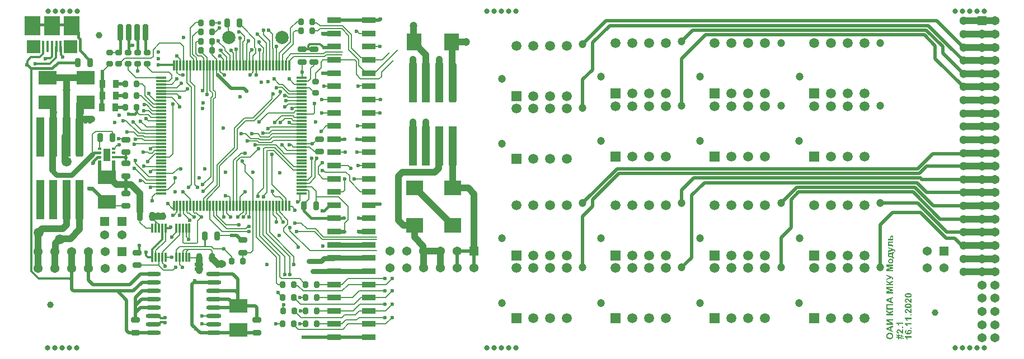
<source format=gtl>
G04*
G04 #@! TF.GenerationSoftware,Altium Limited,Altium Designer,20.1.11 (218)*
G04*
G04 Layer_Physical_Order=1*
G04 Layer_Color=5064179*
%FSAX42Y42*%
%MOMM*%
G71*
G04*
G04 #@! TF.SameCoordinates,4941CF80-5AA8-4B1C-8C8C-5D56B16E4054*
G04*
G04*
G04 #@! TF.FilePolarity,Positive*
G04*
G01*
G75*
%ADD11C,0.60*%
%ADD13C,0.20*%
%ADD56R,1.10X1.90*%
%ADD57R,0.50X0.40*%
G04:AMPARAMS|DCode=58|XSize=0.4mm|YSize=0.5mm|CornerRadius=0.1mm|HoleSize=0mm|Usage=FLASHONLY|Rotation=90.000|XOffset=0mm|YOffset=0mm|HoleType=Round|Shape=RoundedRectangle|*
%AMROUNDEDRECTD58*
21,1,0.40,0.30,0,0,90.0*
21,1,0.20,0.50,0,0,90.0*
1,1,0.20,0.15,0.10*
1,1,0.20,0.15,-0.10*
1,1,0.20,-0.15,-0.10*
1,1,0.20,-0.15,0.10*
%
%ADD58ROUNDEDRECTD58*%
G04:AMPARAMS|DCode=59|XSize=6mm|YSize=1.2mm|CornerRadius=0.3mm|HoleSize=0mm|Usage=FLASHONLY|Rotation=270.000|XOffset=0mm|YOffset=0mm|HoleType=Round|Shape=RoundedRectangle|*
%AMROUNDEDRECTD59*
21,1,6.00,0.60,0,0,270.0*
21,1,5.40,1.20,0,0,270.0*
1,1,0.60,-0.30,-2.70*
1,1,0.60,-0.30,2.70*
1,1,0.60,0.30,2.70*
1,1,0.60,0.30,-2.70*
%
%ADD59ROUNDEDRECTD59*%
%ADD60R,1.20X6.00*%
%ADD61R,2.10X0.89*%
%ADD62R,2.50X2.30*%
%ADD63R,2.30X2.50*%
%ADD64R,2.80X2.00*%
G04:AMPARAMS|DCode=65|XSize=0.8mm|YSize=1.3mm|CornerRadius=0.2mm|HoleSize=0mm|Usage=FLASHONLY|Rotation=180.000|XOffset=0mm|YOffset=0mm|HoleType=Round|Shape=RoundedRectangle|*
%AMROUNDEDRECTD65*
21,1,0.80,0.90,0,0,180.0*
21,1,0.40,1.30,0,0,180.0*
1,1,0.40,-0.20,0.45*
1,1,0.40,0.20,0.45*
1,1,0.40,0.20,-0.45*
1,1,0.40,-0.20,-0.45*
%
%ADD65ROUNDEDRECTD65*%
G04:AMPARAMS|DCode=66|XSize=0.8mm|YSize=1.3mm|CornerRadius=0.2mm|HoleSize=0mm|Usage=FLASHONLY|Rotation=90.000|XOffset=0mm|YOffset=0mm|HoleType=Round|Shape=RoundedRectangle|*
%AMROUNDEDRECTD66*
21,1,0.80,0.90,0,0,90.0*
21,1,0.40,1.30,0,0,90.0*
1,1,0.40,0.45,0.20*
1,1,0.40,0.45,-0.20*
1,1,0.40,-0.45,-0.20*
1,1,0.40,-0.45,0.20*
%
%ADD66ROUNDEDRECTD66*%
%ADD67R,0.89X1.27*%
G04:AMPARAMS|DCode=68|XSize=0.8mm|YSize=1mm|CornerRadius=0.2mm|HoleSize=0mm|Usage=FLASHONLY|Rotation=270.000|XOffset=0mm|YOffset=0mm|HoleType=Round|Shape=RoundedRectangle|*
%AMROUNDEDRECTD68*
21,1,0.80,0.60,0,0,270.0*
21,1,0.40,1.00,0,0,270.0*
1,1,0.40,-0.30,-0.20*
1,1,0.40,-0.30,0.20*
1,1,0.40,0.30,0.20*
1,1,0.40,0.30,-0.20*
%
%ADD68ROUNDEDRECTD68*%
G04:AMPARAMS|DCode=69|XSize=0.8mm|YSize=1mm|CornerRadius=0.2mm|HoleSize=0mm|Usage=FLASHONLY|Rotation=180.000|XOffset=0mm|YOffset=0mm|HoleType=Round|Shape=RoundedRectangle|*
%AMROUNDEDRECTD69*
21,1,0.80,0.60,0,0,180.0*
21,1,0.40,1.00,0,0,180.0*
1,1,0.40,-0.20,0.30*
1,1,0.40,0.20,0.30*
1,1,0.40,0.20,-0.30*
1,1,0.40,-0.20,-0.30*
%
%ADD69ROUNDEDRECTD69*%
%ADD70R,0.30X1.45*%
G04:AMPARAMS|DCode=71|XSize=0.3mm|YSize=1.45mm|CornerRadius=0.08mm|HoleSize=0mm|Usage=FLASHONLY|Rotation=0.000|XOffset=0mm|YOffset=0mm|HoleType=Round|Shape=RoundedRectangle|*
%AMROUNDEDRECTD71*
21,1,0.30,1.30,0,0,0.0*
21,1,0.15,1.45,0,0,0.0*
1,1,0.15,0.08,-0.65*
1,1,0.15,-0.08,-0.65*
1,1,0.15,-0.08,0.65*
1,1,0.15,0.08,0.65*
%
%ADD71ROUNDEDRECTD71*%
%ADD72R,0.35X1.60*%
%ADD73R,1.60X0.35*%
%ADD74O,0.35X1.60*%
%ADD75O,2.30X0.60*%
G04:AMPARAMS|DCode=76|XSize=2.54mm|YSize=0.91mm|CornerRadius=0mm|HoleSize=0mm|Usage=FLASHONLY|Rotation=90.000|XOffset=0mm|YOffset=0mm|HoleType=Round|Shape=Octagon|*
%AMOCTAGOND76*
4,1,8,0.23,1.27,-0.23,1.27,-0.46,1.04,-0.46,-1.04,-0.23,-1.27,0.23,-1.27,0.46,-1.04,0.46,1.04,0.23,1.27,0.0*
%
%ADD76OCTAGOND76*%

%ADD77R,2.40X3.00*%
%ADD78R,0.40X1.75*%
%ADD79C,1.00*%
%ADD80C,0.50*%
%ADD81C,1.00*%
%ADD82C,0.80*%
%ADD83C,0.40*%
%ADD84C,0.30*%
%ADD85C,0.22*%
%ADD86C,0.38*%
%ADD87R,1.50X1.50*%
%ADD88C,1.50*%
%ADD89C,2.00*%
%ADD90C,1.37*%
%ADD91R,1.37X1.37*%
%ADD92R,1.37X1.37*%
%ADD93C,1.52*%
%ADD94C,1.10*%
%ADD95C,1.20*%
%ADD96C,1.30*%
%ADD97C,0.60*%
%ADD98C,0.80*%
G36*
X018685Y006496D02*
Y006696D01*
X018885D01*
Y006496D01*
X018685D01*
D02*
G37*
G36*
X019245D02*
Y006696D01*
X019445D01*
Y006496D01*
X019245D01*
D02*
G37*
G36*
X019295Y006796D02*
D01*
D02*
G37*
G36*
X031774Y003736D02*
X031775Y003736D01*
X031776Y003736D01*
X031778Y003735D01*
X031781Y003734D01*
X031782Y003734D01*
X031783Y003733D01*
X031785Y003732D01*
X031786Y003731D01*
X031787Y003730D01*
X031788Y003729D01*
X031788Y003728D01*
X031788Y003728D01*
X031789Y003728D01*
X031789Y003727D01*
X031789Y003726D01*
X031790Y003725D01*
X031790Y003724D01*
X031791Y003723D01*
X031791Y003722D01*
X031792Y003720D01*
X031792Y003718D01*
X031793Y003716D01*
X031793Y003714D01*
X031793Y003712D01*
X031793Y003709D01*
X031794Y003706D01*
Y003664D01*
X031719D01*
Y003684D01*
X031750D01*
Y003707D01*
X031750Y003708D01*
Y003709D01*
X031750Y003710D01*
X031751Y003713D01*
X031751Y003716D01*
X031751Y003719D01*
X031752Y003720D01*
X031752Y003721D01*
Y003722D01*
X031752Y003722D01*
X031752Y003722D01*
X031752Y003722D01*
X031753Y003724D01*
X031754Y003725D01*
X031754Y003727D01*
X031756Y003728D01*
X031757Y003730D01*
X031759Y003732D01*
X031759D01*
X031759Y003732D01*
X031760Y003732D01*
X031760Y003732D01*
X031761Y003733D01*
X031763Y003734D01*
X031765Y003735D01*
X031767Y003735D01*
X031769Y003736D01*
X031772Y003736D01*
X031772D01*
X031772D01*
X031773D01*
X031774Y003736D01*
D02*
G37*
G36*
X031794Y003625D02*
X031735D01*
Y003598D01*
X031769D01*
X031769D01*
X031769D01*
X031770D01*
X031771D01*
X031772Y003598D01*
X031773D01*
X031774Y003598D01*
X031776Y003598D01*
X031779Y003597D01*
X031782Y003597D01*
X031783Y003596D01*
X031784Y003596D01*
X031785Y003596D01*
X031787Y003595D01*
X031787Y003595D01*
X031787Y003594D01*
X031788Y003594D01*
X031789Y003593D01*
X031790Y003592D01*
X031792Y003591D01*
X031792Y003590D01*
X031793Y003588D01*
X031793Y003588D01*
X031793Y003588D01*
X031794Y003587D01*
X031794Y003586D01*
X031794Y003584D01*
X031795Y003582D01*
X031795Y003580D01*
X031795Y003577D01*
Y003576D01*
X031795Y003575D01*
Y003574D01*
X031794Y003572D01*
X031794Y003570D01*
X031794Y003567D01*
X031794Y003565D01*
X031779D01*
Y003566D01*
X031779Y003566D01*
Y003567D01*
X031779Y003568D01*
Y003570D01*
X031779Y003571D01*
Y003573D01*
X031779Y003574D01*
X031779Y003575D01*
X031779Y003576D01*
X031778Y003576D01*
X031778Y003577D01*
X031777Y003578D01*
X031777D01*
X031776Y003578D01*
X031776Y003578D01*
X031775Y003578D01*
X031775Y003578D01*
X031774Y003578D01*
X031773D01*
X031772Y003578D01*
X031771Y003578D01*
X031770Y003578D01*
X031768D01*
X031766Y003579D01*
X031764D01*
X031762D01*
X031719D01*
Y003644D01*
X031794D01*
Y003625D01*
D02*
G37*
G36*
X031791Y003534D02*
X031804Y003530D01*
X031804D01*
X031804Y003529D01*
X031804Y003529D01*
X031805Y003529D01*
X031806Y003529D01*
X031807Y003528D01*
X031809Y003527D01*
X031811Y003526D01*
X031812Y003526D01*
X031814Y003525D01*
X031814Y003525D01*
X031814Y003524D01*
X031815Y003524D01*
X031816Y003523D01*
X031816Y003522D01*
X031817Y003521D01*
X031818Y003520D01*
X031819Y003519D01*
X031819Y003519D01*
X031819Y003519D01*
X031820Y003518D01*
X031820Y003517D01*
X031821Y003516D01*
X031821Y003515D01*
X031822Y003513D01*
X031822Y003512D01*
Y003512D01*
X031823Y003511D01*
X031823Y003510D01*
X031823Y003509D01*
X031823Y003507D01*
X031823Y003506D01*
X031824Y003504D01*
X031824Y003502D01*
Y003501D01*
X031824Y003500D01*
Y003498D01*
X031823Y003497D01*
X031823Y003495D01*
X031823Y003493D01*
X031822Y003491D01*
X031807Y003489D01*
Y003489D01*
X031807Y003490D01*
X031807Y003491D01*
X031807Y003492D01*
X031808Y003493D01*
X031808Y003494D01*
X031808Y003497D01*
Y003498D01*
X031808Y003498D01*
X031808Y003500D01*
X031807Y003501D01*
X031807Y003503D01*
X031806Y003504D01*
X031805Y003506D01*
X031804Y003507D01*
X031804Y003507D01*
X031803Y003508D01*
X031802Y003508D01*
X031801Y003509D01*
X031800Y003510D01*
X031798Y003511D01*
X031796Y003512D01*
X031794Y003512D01*
X031719Y003484D01*
Y003505D01*
X031772Y003523D01*
X031719Y003540D01*
Y003561D01*
X031791Y003534D01*
D02*
G37*
G36*
X031813Y003464D02*
X031794D01*
Y003408D01*
X031813D01*
Y003392D01*
X031777D01*
Y003400D01*
X031777Y003400D01*
X031777Y003400D01*
X031777Y003400D01*
X031776Y003401D01*
X031776Y003401D01*
X031775Y003402D01*
X031774Y003402D01*
X031773Y003403D01*
X031772Y003404D01*
X031771Y003404D01*
X031769Y003405D01*
X031768Y003406D01*
X031766Y003406D01*
X031764Y003407D01*
X031762Y003408D01*
X031760Y003408D01*
X031760D01*
X031760Y003408D01*
X031759Y003409D01*
X031758Y003409D01*
X031756Y003409D01*
X031755Y003409D01*
X031753Y003410D01*
X031751Y003410D01*
X031748Y003410D01*
X031745Y003411D01*
X031742Y003411D01*
X031738Y003411D01*
X031734Y003412D01*
X031729Y003412D01*
X031725Y003412D01*
X031719Y003412D01*
Y003472D01*
X031777D01*
Y003480D01*
X031813D01*
Y003464D01*
D02*
G37*
G36*
X031758Y003387D02*
X031759D01*
X031760Y003387D01*
X031762Y003387D01*
X031764Y003386D01*
X031766Y003386D01*
X031768Y003385D01*
X031770Y003385D01*
X031773Y003384D01*
X031775Y003383D01*
X031778Y003381D01*
X031780Y003380D01*
X031782Y003378D01*
X031784Y003376D01*
X031784Y003376D01*
X031785Y003376D01*
X031785Y003375D01*
X031786Y003374D01*
X031787Y003373D01*
X031788Y003372D01*
X031789Y003371D01*
X031790Y003369D01*
X031791Y003367D01*
X031792Y003365D01*
X031793Y003363D01*
X031793Y003360D01*
X031794Y003358D01*
X031795Y003355D01*
X031795Y003352D01*
X031795Y003349D01*
Y003348D01*
X031795Y003347D01*
Y003346D01*
X031795Y003345D01*
X031795Y003344D01*
X031795Y003343D01*
X031794Y003340D01*
X031793Y003337D01*
X031792Y003333D01*
X031791Y003330D01*
X031791Y003330D01*
X031790Y003329D01*
X031790Y003329D01*
X031790Y003328D01*
X031789Y003327D01*
X031789Y003327D01*
X031787Y003324D01*
X031785Y003322D01*
X031783Y003320D01*
X031780Y003318D01*
X031777Y003316D01*
X031777D01*
X031777Y003315D01*
X031776Y003315D01*
X031776Y003315D01*
X031775Y003315D01*
X031774Y003314D01*
X031772Y003314D01*
X031771Y003313D01*
X031770Y003313D01*
X031768Y003312D01*
X031766Y003312D01*
X031764Y003312D01*
X031762Y003311D01*
X031760Y003311D01*
X031758Y003311D01*
X031756Y003311D01*
X031755D01*
X031755D01*
X031755D01*
X031754Y003311D01*
X031753D01*
X031752Y003311D01*
X031751Y003311D01*
X031749Y003311D01*
X031747Y003312D01*
X031743Y003313D01*
X031740Y003314D01*
X031738Y003315D01*
X031737Y003316D01*
X031736Y003316D01*
X031736Y003316D01*
X031736Y003316D01*
X031735Y003317D01*
X031734Y003317D01*
X031733Y003318D01*
X031731Y003319D01*
X031729Y003321D01*
X031727Y003323D01*
X031725Y003326D01*
X031723Y003329D01*
X031722Y003329D01*
X031722Y003330D01*
X031722Y003330D01*
X031722Y003331D01*
X031721Y003332D01*
X031721Y003333D01*
X031721Y003334D01*
X031720Y003335D01*
X031720Y003336D01*
X031719Y003338D01*
X031718Y003341D01*
X031718Y003345D01*
X031718Y003347D01*
Y003350D01*
X031718Y003351D01*
X031718Y003352D01*
X031718Y003353D01*
X031718Y003355D01*
X031719Y003357D01*
X031719Y003359D01*
X031720Y003361D01*
X031720Y003363D01*
X031721Y003365D01*
X031722Y003368D01*
X031724Y003370D01*
X031725Y003372D01*
X031727Y003374D01*
X031729Y003376D01*
X031729Y003377D01*
X031729Y003377D01*
X031730Y003377D01*
X031731Y003378D01*
X031732Y003379D01*
X031733Y003380D01*
X031735Y003381D01*
X031736Y003382D01*
X031738Y003383D01*
X031740Y003384D01*
X031743Y003385D01*
X031745Y003386D01*
X031748Y003386D01*
X031750Y003387D01*
X031753Y003387D01*
X031756Y003387D01*
X031757D01*
X031757D01*
X031758Y003387D01*
D02*
G37*
G36*
X031794Y003276D02*
X031713Y003276D01*
X031794Y003255D01*
Y003235D01*
X031713Y003215D01*
X031794D01*
Y003196D01*
X031691D01*
Y003227D01*
X031761Y003246D01*
X031691Y003264D01*
Y003295D01*
X031794D01*
Y003276D01*
D02*
G37*
G36*
X031769Y003112D02*
X031769Y003111D01*
X031770Y003111D01*
X031770Y003111D01*
X031771Y003111D01*
X031772Y003110D01*
X031773Y003109D01*
X031775Y003109D01*
X031776Y003108D01*
X031779Y003106D01*
X031782Y003104D01*
X031786Y003102D01*
X031787Y003101D01*
X031788Y003100D01*
X031788Y003100D01*
X031789Y003100D01*
X031789Y003099D01*
X031789Y003099D01*
X031790Y003098D01*
X031790Y003098D01*
X031791Y003097D01*
X031791Y003096D01*
X031793Y003094D01*
X031794Y003091D01*
X031794Y003090D01*
X031794Y003088D01*
X031795Y003087D01*
X031795Y003085D01*
Y003083D01*
X031795Y003082D01*
Y003080D01*
X031794Y003077D01*
X031794Y003075D01*
X031794Y003073D01*
X031794Y003071D01*
X031778D01*
Y003071D01*
X031778Y003072D01*
Y003074D01*
X031778Y003076D01*
Y003080D01*
X031778Y003081D01*
X031778Y003082D01*
X031778Y003084D01*
X031777Y003086D01*
X031777Y003087D01*
X031776Y003089D01*
X031776Y003089D01*
X031775Y003089D01*
X031775Y003090D01*
X031773Y003091D01*
X031773Y003091D01*
X031772Y003092D01*
X031771Y003092D01*
X031770Y003093D01*
X031769Y003093D01*
X031768Y003094D01*
X031766Y003094D01*
X031765Y003095D01*
X031691Y003057D01*
Y003080D01*
X031744Y003104D01*
X031691Y003125D01*
Y003146D01*
X031769Y003112D01*
D02*
G37*
G36*
X031794Y003032D02*
X031767Y003019D01*
X031767Y003019D01*
X031767Y003019D01*
X031766Y003019D01*
X031765Y003018D01*
X031765Y003018D01*
X031764Y003018D01*
X031764Y003018D01*
X031763Y003017D01*
X031763Y003017D01*
X031762Y003016D01*
X031760Y003016D01*
X031760D01*
X031760Y003015D01*
X031760Y003015D01*
X031759Y003015D01*
X031758Y003014D01*
X031756Y003013D01*
X031755Y003012D01*
X031753Y003011D01*
X031752Y003010D01*
X031751Y003009D01*
X031751Y003009D01*
X031751Y003009D01*
X031750Y003009D01*
X031750Y003008D01*
X031750Y003007D01*
X031749Y003006D01*
X031749Y003005D01*
X031749Y003003D01*
X031749Y003001D01*
X031794D01*
Y002981D01*
X031691D01*
Y003001D01*
X031735D01*
Y003002D01*
X031735Y003002D01*
Y003002D01*
X031734Y003004D01*
X031734Y003005D01*
X031734Y003007D01*
X031733Y003008D01*
X031732Y003009D01*
X031731Y003011D01*
X031731Y003011D01*
X031731Y003011D01*
X031730Y003011D01*
X031730Y003012D01*
X031729Y003012D01*
X031728Y003012D01*
X031727Y003013D01*
X031726Y003013D01*
X031725Y003014D01*
X031723Y003015D01*
X031722Y003016D01*
X031720Y003016D01*
X031718Y003017D01*
X031715Y003018D01*
X031715Y003018D01*
X031715Y003018D01*
X031714Y003019D01*
X031713Y003019D01*
X031711Y003020D01*
X031710Y003020D01*
X031708Y003021D01*
X031706Y003022D01*
X031703Y003024D01*
X031701Y003025D01*
X031700Y003026D01*
X031698Y003027D01*
X031697Y003029D01*
X031696Y003030D01*
X031695Y003031D01*
Y003031D01*
X031694Y003031D01*
X031694Y003032D01*
X031694Y003032D01*
X031694Y003033D01*
X031693Y003034D01*
X031693Y003035D01*
X031693Y003036D01*
X031692Y003037D01*
X031692Y003039D01*
X031692Y003041D01*
X031691Y003043D01*
X031691Y003045D01*
X031691Y003047D01*
X031691Y003049D01*
Y003053D01*
X031690Y003054D01*
Y003055D01*
X031706D01*
Y003051D01*
X031706Y003050D01*
X031706Y003048D01*
X031706Y003047D01*
X031706Y003045D01*
X031707Y003044D01*
X031707Y003043D01*
X031707Y003043D01*
X031708Y003042D01*
X031708Y003042D01*
X031709Y003041D01*
X031709Y003040D01*
X031710Y003039D01*
X031711Y003039D01*
X031712Y003038D01*
X031712Y003038D01*
X031713Y003038D01*
X031714Y003037D01*
X031714Y003037D01*
X031715Y003037D01*
X031716Y003036D01*
X031717Y003036D01*
X031718Y003035D01*
X031719Y003035D01*
X031720Y003034D01*
X031722Y003034D01*
X031724Y003033D01*
X031725Y003033D01*
X031725D01*
X031726Y003032D01*
X031726Y003032D01*
X031727Y003032D01*
X031728Y003031D01*
X031730Y003031D01*
X031731Y003030D01*
X031733Y003029D01*
X031734Y003028D01*
X031734Y003028D01*
X031735Y003028D01*
X031736Y003027D01*
X031736Y003027D01*
X031737Y003026D01*
X031739Y003024D01*
X031740Y003023D01*
X031741Y003021D01*
Y003021D01*
X031741Y003021D01*
X031741Y003021D01*
X031741Y003022D01*
X031742Y003023D01*
X031743Y003025D01*
X031744Y003026D01*
X031745Y003028D01*
X031747Y003030D01*
X031749Y003032D01*
X031749Y003032D01*
X031749Y003032D01*
X031750Y003032D01*
X031750Y003033D01*
X031751Y003033D01*
X031751Y003034D01*
X031752Y003034D01*
X031753Y003035D01*
X031754Y003036D01*
X031756Y003036D01*
X031757Y003037D01*
X031758Y003038D01*
X031760Y003039D01*
X031762Y003040D01*
X031764Y003041D01*
X031766Y003042D01*
X031794Y003056D01*
Y003032D01*
D02*
G37*
G36*
Y002940D02*
X031713Y002940D01*
X031794Y002920D01*
Y002900D01*
X031713Y002880D01*
X031794D01*
Y002861D01*
X031691D01*
Y002892D01*
X031761Y002910D01*
X031691Y002928D01*
Y002959D01*
X031794D01*
Y002940D01*
D02*
G37*
G36*
X032026Y002864D02*
X032027D01*
X032028D01*
X032030Y002864D01*
X032033Y002864D01*
X032036Y002863D01*
X032039Y002863D01*
X032042Y002862D01*
X032046Y002862D01*
X032049Y002861D01*
X032053Y002860D01*
X032056Y002859D01*
X032059Y002857D01*
X032062Y002856D01*
X032065Y002854D01*
X032065Y002854D01*
X032065Y002854D01*
X032066Y002853D01*
X032066Y002852D01*
X032067Y002852D01*
X032068Y002851D01*
X032069Y002849D01*
X032070Y002848D01*
X032071Y002846D01*
X032072Y002845D01*
X032073Y002843D01*
X032074Y002841D01*
X032074Y002838D01*
X032075Y002836D01*
X032075Y002833D01*
X032075Y002831D01*
Y002830D01*
X032075Y002829D01*
X032075Y002828D01*
X032075Y002827D01*
X032075Y002826D01*
X032074Y002824D01*
X032074Y002822D01*
X032073Y002820D01*
X032072Y002818D01*
X032071Y002816D01*
X032070Y002814D01*
X032069Y002812D01*
X032068Y002810D01*
X032066Y002809D01*
X032064Y002807D01*
X032064Y002807D01*
X032063Y002806D01*
X032063Y002806D01*
X032062Y002805D01*
X032060Y002805D01*
X032059Y002804D01*
X032057Y002803D01*
X032054Y002802D01*
X032052Y002801D01*
X032049Y002801D01*
X032045Y002800D01*
X032042Y002799D01*
X032037Y002799D01*
X032033Y002798D01*
X032028Y002798D01*
X032023Y002798D01*
X032023D01*
X032022D01*
X032022D01*
X032021D01*
X032021D01*
X032020Y002798D01*
X032019D01*
X032018D01*
X032016Y002798D01*
X032013Y002798D01*
X032010Y002799D01*
X032007Y002799D01*
X032003Y002799D01*
X032000Y002800D01*
X031996Y002801D01*
X031993Y002802D01*
X031990Y002803D01*
X031987Y002804D01*
X031984Y002806D01*
X031981Y002808D01*
X031981Y002808D01*
X031981Y002808D01*
X031980Y002809D01*
X031979Y002809D01*
X031979Y002810D01*
X031978Y002811D01*
X031977Y002812D01*
X031976Y002814D01*
X031975Y002815D01*
X031974Y002817D01*
X031973Y002819D01*
X031972Y002821D01*
X031972Y002823D01*
X031971Y002826D01*
X031971Y002828D01*
X031971Y002831D01*
Y002832D01*
X031971Y002832D01*
Y002833D01*
X031971Y002834D01*
X031971Y002836D01*
X031971Y002838D01*
X031972Y002839D01*
X031972Y002841D01*
X031973Y002843D01*
X031974Y002845D01*
X031975Y002847D01*
X031976Y002849D01*
X031978Y002851D01*
X031979Y002852D01*
X031981Y002854D01*
X031981Y002854D01*
X031982Y002855D01*
X031983Y002855D01*
X031984Y002856D01*
X031985Y002856D01*
X031987Y002857D01*
X031989Y002858D01*
X031991Y002859D01*
X031994Y002860D01*
X031997Y002861D01*
X032000Y002862D01*
X032004Y002863D01*
X032008Y002863D01*
X032013Y002864D01*
X032018Y002864D01*
X032023Y002864D01*
X032023D01*
X032023D01*
X032024D01*
X032024D01*
X032025D01*
X032026Y002864D01*
D02*
G37*
G36*
X032073Y002716D02*
X032073D01*
X032073Y002716D01*
X032072D01*
X032072Y002716D01*
X032071Y002716D01*
X032070Y002716D01*
X032068Y002717D01*
X032067Y002717D01*
X032064Y002718D01*
X032061Y002719D01*
X032057Y002720D01*
X032054Y002722D01*
X032054Y002722D01*
X032053Y002723D01*
X032053Y002723D01*
X032052Y002723D01*
X032051Y002724D01*
X032050Y002725D01*
X032049Y002726D01*
X032047Y002727D01*
X032046Y002728D01*
X032044Y002730D01*
X032042Y002732D01*
X032040Y002734D01*
X032037Y002736D01*
X032035Y002739D01*
X032032Y002741D01*
X032029Y002744D01*
X032029Y002744D01*
X032029Y002745D01*
X032028Y002746D01*
X032027Y002746D01*
X032026Y002748D01*
X032025Y002749D01*
X032024Y002750D01*
X032022Y002751D01*
X032020Y002754D01*
X032017Y002757D01*
X032016Y002758D01*
X032014Y002759D01*
X032013Y002760D01*
X032012Y002761D01*
X032012D01*
X032012Y002761D01*
X032012Y002761D01*
X032011Y002761D01*
X032010Y002762D01*
X032009Y002763D01*
X032007Y002763D01*
X032005Y002764D01*
X032003Y002765D01*
X032000Y002765D01*
X032000D01*
X032000D01*
X032000D01*
X031999D01*
X031998Y002765D01*
X031997Y002764D01*
X031995Y002764D01*
X031994Y002763D01*
X031992Y002762D01*
X031990Y002761D01*
X031990Y002761D01*
X031990Y002761D01*
X031989Y002760D01*
X031989Y002759D01*
X031988Y002757D01*
X031987Y002756D01*
X031987Y002754D01*
X031987Y002751D01*
Y002750D01*
X031987Y002749D01*
X031987Y002748D01*
X031988Y002746D01*
X031988Y002745D01*
X031989Y002743D01*
X031991Y002742D01*
X031991Y002741D01*
X031991Y002741D01*
X031992Y002740D01*
X031994Y002740D01*
X031995Y002739D01*
X031997Y002738D01*
X032000Y002738D01*
X032001Y002738D01*
X032003Y002737D01*
X032001Y002718D01*
X032001D01*
X032000Y002718D01*
X031999Y002718D01*
X031998Y002718D01*
X031997Y002719D01*
X031995Y002719D01*
X031994Y002719D01*
X031992Y002720D01*
X031990Y002721D01*
X031988Y002721D01*
X031986Y002722D01*
X031984Y002723D01*
X031982Y002724D01*
X031981Y002726D01*
X031979Y002727D01*
X031978Y002729D01*
X031978Y002729D01*
X031977Y002729D01*
X031977Y002730D01*
X031977Y002730D01*
X031976Y002731D01*
X031975Y002732D01*
X031975Y002734D01*
X031974Y002735D01*
X031973Y002737D01*
X031973Y002738D01*
X031972Y002740D01*
X031972Y002742D01*
X031971Y002745D01*
X031971Y002747D01*
X031971Y002749D01*
X031971Y002752D01*
Y002753D01*
X031971Y002754D01*
X031971Y002756D01*
X031971Y002757D01*
X031971Y002759D01*
X031972Y002761D01*
X031972Y002762D01*
X031973Y002764D01*
X031973Y002766D01*
X031974Y002768D01*
X031975Y002770D01*
X031976Y002772D01*
X031977Y002774D01*
X031979Y002776D01*
X031979Y002776D01*
X031979Y002776D01*
X031980Y002776D01*
X031980Y002777D01*
X031981Y002778D01*
X031982Y002778D01*
X031983Y002779D01*
X031984Y002780D01*
X031986Y002781D01*
X031987Y002782D01*
X031989Y002782D01*
X031991Y002783D01*
X031993Y002784D01*
X031995Y002784D01*
X031997Y002784D01*
X031999Y002784D01*
X031999D01*
X031999D01*
X032000D01*
X032000D01*
X032001Y002784D01*
X032002D01*
X032003Y002784D01*
X032005Y002784D01*
X032008Y002783D01*
X032010Y002783D01*
X032012Y002782D01*
X032012D01*
X032012Y002782D01*
X032013Y002782D01*
X032013Y002781D01*
X032014Y002781D01*
X032015Y002781D01*
X032016Y002780D01*
X032018Y002779D01*
X032020Y002778D01*
X032023Y002776D01*
X032025Y002774D01*
X032026Y002774D01*
X032026Y002773D01*
X032027Y002772D01*
X032029Y002771D01*
X032030Y002770D01*
X032031Y002769D01*
X032032Y002768D01*
X032033Y002767D01*
X032034Y002766D01*
X032035Y002764D01*
X032037Y002763D01*
X032038Y002761D01*
X032039Y002761D01*
X032039Y002761D01*
X032039Y002760D01*
X032040Y002760D01*
X032040Y002759D01*
X032041Y002758D01*
X032043Y002756D01*
X032045Y002754D01*
X032047Y002752D01*
X032048Y002751D01*
X032048Y002751D01*
X032049Y002750D01*
X032050Y002749D01*
X032050Y002749D01*
X032050Y002749D01*
X032051Y002748D01*
X032051Y002748D01*
X032052Y002747D01*
X032053Y002747D01*
X032055Y002745D01*
Y002784D01*
X032073D01*
Y002716D01*
D02*
G37*
G36*
X031794Y002788D02*
X031770Y002779D01*
Y002738D01*
X031794Y002729D01*
Y002708D01*
X031691Y002747D01*
Y002769D01*
X031794Y002810D01*
Y002788D01*
D02*
G37*
G36*
X032026Y002705D02*
X032027D01*
X032028D01*
X032030Y002705D01*
X032033Y002704D01*
X032036Y002704D01*
X032039Y002704D01*
X032042Y002703D01*
X032046Y002703D01*
X032049Y002702D01*
X032053Y002701D01*
X032056Y002700D01*
X032059Y002698D01*
X032062Y002697D01*
X032065Y002695D01*
X032065Y002695D01*
X032065Y002695D01*
X032066Y002694D01*
X032066Y002693D01*
X032067Y002693D01*
X032068Y002691D01*
X032069Y002690D01*
X032070Y002689D01*
X032071Y002687D01*
X032072Y002686D01*
X032073Y002684D01*
X032074Y002682D01*
X032074Y002679D01*
X032075Y002677D01*
X032075Y002674D01*
X032075Y002672D01*
Y002671D01*
X032075Y002670D01*
X032075Y002669D01*
X032075Y002668D01*
X032075Y002666D01*
X032074Y002665D01*
X032074Y002663D01*
X032073Y002661D01*
X032072Y002659D01*
X032071Y002657D01*
X032070Y002655D01*
X032069Y002653D01*
X032068Y002651D01*
X032066Y002649D01*
X032064Y002648D01*
X032064Y002647D01*
X032063Y002647D01*
X032063Y002647D01*
X032062Y002646D01*
X032060Y002645D01*
X032059Y002645D01*
X032057Y002644D01*
X032054Y002643D01*
X032052Y002642D01*
X032049Y002641D01*
X032045Y002641D01*
X032042Y002640D01*
X032037Y002639D01*
X032033Y002639D01*
X032028Y002639D01*
X032023Y002638D01*
X032023D01*
X032022D01*
X032022D01*
X032021D01*
X032021D01*
X032020Y002639D01*
X032019D01*
X032018D01*
X032016Y002639D01*
X032013Y002639D01*
X032010Y002639D01*
X032007Y002640D01*
X032003Y002640D01*
X032000Y002641D01*
X031996Y002642D01*
X031993Y002643D01*
X031990Y002644D01*
X031987Y002645D01*
X031984Y002647D01*
X031981Y002648D01*
X031981Y002649D01*
X031981Y002649D01*
X031980Y002649D01*
X031979Y002650D01*
X031979Y002651D01*
X031978Y002652D01*
X031977Y002653D01*
X031976Y002654D01*
X031975Y002656D01*
X031974Y002658D01*
X031973Y002660D01*
X031972Y002662D01*
X031972Y002664D01*
X031971Y002666D01*
X031971Y002669D01*
X031971Y002672D01*
Y002672D01*
X031971Y002673D01*
Y002674D01*
X031971Y002675D01*
X031971Y002677D01*
X031971Y002678D01*
X031972Y002680D01*
X031972Y002682D01*
X031973Y002684D01*
X031974Y002686D01*
X031975Y002688D01*
X031976Y002690D01*
X031978Y002692D01*
X031979Y002693D01*
X031981Y002695D01*
X031981Y002695D01*
X031982Y002695D01*
X031983Y002696D01*
X031984Y002697D01*
X031985Y002697D01*
X031987Y002698D01*
X031989Y002699D01*
X031991Y002700D01*
X031994Y002701D01*
X031997Y002702D01*
X032000Y002703D01*
X032004Y002703D01*
X032008Y002704D01*
X032013Y002705D01*
X032018Y002705D01*
X032023Y002705D01*
X032023D01*
X032023D01*
X032024D01*
X032024D01*
X032025D01*
X032026Y002705D01*
D02*
G37*
G36*
X031794Y002676D02*
X031708D01*
Y002636D01*
X031794D01*
Y002615D01*
X031691D01*
Y002697D01*
X031794D01*
Y002676D01*
D02*
G37*
G36*
X032073Y002556D02*
X032073D01*
X032073Y002557D01*
X032072D01*
X032072Y002557D01*
X032071Y002557D01*
X032070Y002557D01*
X032068Y002557D01*
X032067Y002558D01*
X032064Y002559D01*
X032061Y002560D01*
X032057Y002561D01*
X032054Y002563D01*
X032054Y002563D01*
X032053Y002563D01*
X032053Y002564D01*
X032052Y002564D01*
X032051Y002565D01*
X032050Y002566D01*
X032049Y002567D01*
X032047Y002568D01*
X032046Y002569D01*
X032044Y002571D01*
X032042Y002573D01*
X032040Y002575D01*
X032037Y002577D01*
X032035Y002580D01*
X032032Y002582D01*
X032029Y002585D01*
X032029Y002585D01*
X032029Y002586D01*
X032028Y002586D01*
X032027Y002587D01*
X032026Y002588D01*
X032025Y002590D01*
X032024Y002591D01*
X032022Y002592D01*
X032020Y002595D01*
X032017Y002598D01*
X032016Y002599D01*
X032014Y002600D01*
X032013Y002601D01*
X032012Y002602D01*
X032012D01*
X032012Y002602D01*
X032012Y002602D01*
X032011Y002602D01*
X032010Y002603D01*
X032009Y002604D01*
X032007Y002604D01*
X032005Y002605D01*
X032003Y002605D01*
X032000Y002606D01*
X032000D01*
X032000D01*
X032000D01*
X031999D01*
X031998Y002605D01*
X031997Y002605D01*
X031995Y002605D01*
X031994Y002604D01*
X031992Y002603D01*
X031990Y002602D01*
X031990Y002602D01*
X031990Y002601D01*
X031989Y002601D01*
X031989Y002600D01*
X031988Y002598D01*
X031987Y002596D01*
X031987Y002595D01*
X031987Y002592D01*
Y002591D01*
X031987Y002590D01*
X031987Y002589D01*
X031988Y002587D01*
X031988Y002586D01*
X031989Y002584D01*
X031991Y002582D01*
X031991Y002582D01*
X031991Y002582D01*
X031992Y002581D01*
X031994Y002581D01*
X031995Y002580D01*
X031997Y002579D01*
X032000Y002579D01*
X032001Y002578D01*
X032003Y002578D01*
X032001Y002559D01*
X032001D01*
X032000Y002559D01*
X031999Y002559D01*
X031998Y002559D01*
X031997Y002559D01*
X031995Y002560D01*
X031994Y002560D01*
X031992Y002561D01*
X031990Y002561D01*
X031988Y002562D01*
X031986Y002563D01*
X031984Y002564D01*
X031982Y002565D01*
X031981Y002567D01*
X031979Y002568D01*
X031978Y002570D01*
X031978Y002570D01*
X031977Y002570D01*
X031977Y002571D01*
X031977Y002571D01*
X031976Y002572D01*
X031975Y002573D01*
X031975Y002575D01*
X031974Y002576D01*
X031973Y002578D01*
X031973Y002579D01*
X031972Y002581D01*
X031972Y002583D01*
X031971Y002585D01*
X031971Y002588D01*
X031971Y002590D01*
X031971Y002593D01*
Y002594D01*
X031971Y002595D01*
X031971Y002597D01*
X031971Y002598D01*
X031971Y002600D01*
X031972Y002601D01*
X031972Y002603D01*
X031973Y002605D01*
X031973Y002607D01*
X031974Y002609D01*
X031975Y002611D01*
X031976Y002613D01*
X031977Y002615D01*
X031979Y002616D01*
X031979Y002617D01*
X031979Y002617D01*
X031980Y002617D01*
X031980Y002618D01*
X031981Y002618D01*
X031982Y002619D01*
X031983Y002620D01*
X031984Y002621D01*
X031986Y002622D01*
X031987Y002622D01*
X031989Y002623D01*
X031991Y002624D01*
X031993Y002624D01*
X031995Y002625D01*
X031997Y002625D01*
X031999Y002625D01*
X031999D01*
X031999D01*
X032000D01*
X032000D01*
X032001Y002625D01*
X032002D01*
X032003Y002625D01*
X032005Y002625D01*
X032008Y002624D01*
X032010Y002624D01*
X032012Y002623D01*
X032012D01*
X032012Y002623D01*
X032013Y002622D01*
X032013Y002622D01*
X032014Y002622D01*
X032015Y002622D01*
X032016Y002621D01*
X032018Y002620D01*
X032020Y002618D01*
X032023Y002617D01*
X032025Y002615D01*
X032026Y002615D01*
X032026Y002614D01*
X032027Y002613D01*
X032029Y002612D01*
X032030Y002611D01*
X032031Y002610D01*
X032032Y002609D01*
X032033Y002608D01*
X032034Y002607D01*
X032035Y002605D01*
X032037Y002604D01*
X032038Y002602D01*
X032039Y002602D01*
X032039Y002602D01*
X032039Y002601D01*
X032040Y002601D01*
X032040Y002600D01*
X032041Y002599D01*
X032043Y002597D01*
X032045Y002595D01*
X032047Y002593D01*
X032048Y002592D01*
X032048Y002591D01*
X032049Y002591D01*
X032050Y002590D01*
X032050Y002590D01*
X032050Y002590D01*
X032051Y002589D01*
X032051Y002589D01*
X032052Y002588D01*
X032053Y002588D01*
X032055Y002586D01*
Y002625D01*
X032073D01*
Y002556D01*
D02*
G37*
G36*
X031794Y002579D02*
X031767Y002567D01*
X031767Y002567D01*
X031767Y002567D01*
X031766Y002566D01*
X031765Y002566D01*
X031765Y002566D01*
X031764Y002565D01*
X031764Y002565D01*
X031763Y002565D01*
X031763Y002564D01*
X031762Y002564D01*
X031760Y002563D01*
X031760D01*
X031760Y002563D01*
X031760Y002563D01*
X031759Y002562D01*
X031758Y002562D01*
X031756Y002561D01*
X031755Y002560D01*
X031753Y002559D01*
X031752Y002558D01*
X031751Y002557D01*
X031751Y002557D01*
X031751Y002556D01*
X031750Y002556D01*
X031750Y002555D01*
X031750Y002555D01*
X031749Y002554D01*
X031749Y002552D01*
X031749Y002551D01*
X031749Y002549D01*
X031794D01*
Y002528D01*
X031691D01*
Y002549D01*
X031735D01*
Y002549D01*
X031735Y002549D01*
Y002550D01*
X031734Y002551D01*
X031734Y002553D01*
X031734Y002554D01*
X031733Y002556D01*
X031732Y002557D01*
X031731Y002558D01*
X031731Y002558D01*
X031731Y002559D01*
X031730Y002559D01*
X031730Y002559D01*
X031729Y002560D01*
X031728Y002560D01*
X031727Y002560D01*
X031726Y002561D01*
X031725Y002562D01*
X031723Y002562D01*
X031722Y002563D01*
X031720Y002564D01*
X031718Y002565D01*
X031715Y002566D01*
X031715Y002566D01*
X031715Y002566D01*
X031714Y002566D01*
X031713Y002567D01*
X031711Y002567D01*
X031710Y002568D01*
X031708Y002569D01*
X031706Y002570D01*
X031703Y002572D01*
X031701Y002573D01*
X031700Y002574D01*
X031698Y002575D01*
X031697Y002576D01*
X031696Y002577D01*
X031695Y002579D01*
Y002579D01*
X031694Y002579D01*
X031694Y002579D01*
X031694Y002580D01*
X031694Y002581D01*
X031693Y002581D01*
X031693Y002582D01*
X031693Y002584D01*
X031692Y002585D01*
X031692Y002587D01*
X031692Y002588D01*
X031691Y002590D01*
X031691Y002592D01*
X031691Y002594D01*
X031691Y002597D01*
Y002601D01*
X031690Y002602D01*
Y002603D01*
X031706D01*
Y002599D01*
X031706Y002597D01*
X031706Y002596D01*
X031706Y002594D01*
X031706Y002593D01*
X031707Y002591D01*
X031707Y002590D01*
X031707Y002590D01*
X031708Y002590D01*
X031708Y002589D01*
X031709Y002589D01*
X031709Y002588D01*
X031710Y002587D01*
X031711Y002586D01*
X031712Y002585D01*
X031712Y002585D01*
X031713Y002585D01*
X031714Y002585D01*
X031714Y002584D01*
X031715Y002584D01*
X031716Y002584D01*
X031717Y002583D01*
X031718Y002583D01*
X031719Y002582D01*
X031720Y002582D01*
X031722Y002581D01*
X031724Y002581D01*
X031725Y002580D01*
X031725D01*
X031726Y002580D01*
X031726Y002580D01*
X031727Y002579D01*
X031728Y002579D01*
X031730Y002578D01*
X031731Y002578D01*
X031733Y002577D01*
X031734Y002576D01*
X031734Y002576D01*
X031735Y002576D01*
X031736Y002575D01*
X031736Y002574D01*
X031737Y002573D01*
X031739Y002572D01*
X031740Y002570D01*
X031741Y002568D01*
Y002568D01*
X031741Y002568D01*
X031741Y002569D01*
X031741Y002569D01*
X031742Y002571D01*
X031743Y002572D01*
X031744Y002574D01*
X031745Y002576D01*
X031747Y002578D01*
X031749Y002580D01*
X031749Y002580D01*
X031749Y002580D01*
X031750Y002580D01*
X031750Y002580D01*
X031751Y002581D01*
X031751Y002581D01*
X031752Y002582D01*
X031753Y002583D01*
X031754Y002583D01*
X031756Y002584D01*
X031757Y002585D01*
X031758Y002586D01*
X031760Y002587D01*
X031762Y002587D01*
X031764Y002588D01*
X031766Y002589D01*
X031794Y002604D01*
Y002579D01*
D02*
G37*
G36*
X032073Y002523D02*
X032054D01*
Y002543D01*
X032073D01*
Y002523D01*
D02*
G37*
G36*
Y002470D02*
X031999D01*
X032000Y002470D01*
X032000Y002470D01*
X032000Y002469D01*
X032001Y002468D01*
X032002Y002467D01*
X032003Y002466D01*
X032004Y002465D01*
X032005Y002463D01*
X032006Y002461D01*
X032008Y002459D01*
X032009Y002457D01*
X032010Y002455D01*
X032011Y002453D01*
X032012Y002450D01*
X032013Y002448D01*
X032014Y002445D01*
X031997D01*
Y002445D01*
X031996Y002445D01*
X031996Y002446D01*
X031996Y002446D01*
X031996Y002447D01*
X031995Y002448D01*
X031995Y002449D01*
X031994Y002450D01*
X031993Y002452D01*
X031992Y002455D01*
X031990Y002458D01*
X031987Y002462D01*
X031987Y002462D01*
X031987Y002462D01*
X031986Y002462D01*
X031986Y002463D01*
X031985Y002464D01*
X031984Y002465D01*
X031983Y002465D01*
X031982Y002466D01*
X031980Y002469D01*
X031977Y002471D01*
X031974Y002472D01*
X031972Y002473D01*
X031971Y002474D01*
Y002490D01*
X032073D01*
Y002470D01*
D02*
G37*
G36*
X031794Y002448D02*
X031726D01*
X031794Y002406D01*
Y002386D01*
X031691D01*
Y002405D01*
X031760D01*
X031691Y002446D01*
Y002467D01*
X031794D01*
Y002448D01*
D02*
G37*
G36*
X031948Y002401D02*
X031874D01*
X031875Y002401D01*
X031875Y002400D01*
X031875Y002400D01*
X031876Y002399D01*
X031877Y002398D01*
X031878Y002396D01*
X031879Y002395D01*
X031880Y002394D01*
X031881Y002392D01*
X031883Y002390D01*
X031884Y002388D01*
X031885Y002386D01*
X031886Y002383D01*
X031887Y002381D01*
X031888Y002378D01*
X031889Y002375D01*
X031871D01*
Y002376D01*
X031871Y002376D01*
X031871Y002376D01*
X031871Y002377D01*
X031871Y002378D01*
X031870Y002378D01*
X031870Y002379D01*
X031869Y002380D01*
X031868Y002383D01*
X031866Y002386D01*
X031864Y002389D01*
X031862Y002392D01*
X031862Y002392D01*
X031862Y002393D01*
X031861Y002393D01*
X031861Y002394D01*
X031860Y002394D01*
X031859Y002395D01*
X031858Y002396D01*
X031857Y002397D01*
X031855Y002399D01*
X031852Y002401D01*
X031849Y002403D01*
X031847Y002404D01*
X031845Y002404D01*
Y002420D01*
X031948D01*
Y002401D01*
D02*
G37*
G36*
X032073Y002391D02*
X031999D01*
X032000Y002391D01*
X032000Y002390D01*
X032000Y002390D01*
X032001Y002389D01*
X032002Y002388D01*
X032003Y002386D01*
X032004Y002385D01*
X032005Y002383D01*
X032006Y002382D01*
X032008Y002380D01*
X032009Y002378D01*
X032010Y002375D01*
X032011Y002373D01*
X032012Y002371D01*
X032013Y002368D01*
X032014Y002365D01*
X031997D01*
Y002365D01*
X031996Y002366D01*
X031996Y002366D01*
X031996Y002367D01*
X031996Y002367D01*
X031995Y002368D01*
X031995Y002369D01*
X031994Y002370D01*
X031993Y002373D01*
X031992Y002376D01*
X031990Y002379D01*
X031987Y002382D01*
X031987Y002382D01*
X031987Y002382D01*
X031986Y002383D01*
X031986Y002383D01*
X031985Y002384D01*
X031984Y002385D01*
X031983Y002386D01*
X031982Y002387D01*
X031980Y002389D01*
X031977Y002391D01*
X031974Y002393D01*
X031972Y002394D01*
X031971Y002394D01*
Y002410D01*
X032073D01*
Y002391D01*
D02*
G37*
G36*
X031948Y002335D02*
X031929D01*
Y002354D01*
X031948D01*
Y002335D01*
D02*
G37*
G36*
X032073Y002324D02*
X032054D01*
Y002344D01*
X032073D01*
Y002324D01*
D02*
G37*
G36*
X031948Y002248D02*
X031948D01*
X031948Y002248D01*
X031947D01*
X031946Y002249D01*
X031946Y002249D01*
X031944Y002249D01*
X031943Y002249D01*
X031942Y002250D01*
X031939Y002250D01*
X031936Y002252D01*
X031932Y002253D01*
X031929Y002255D01*
X031929Y002255D01*
X031928Y002255D01*
X031928Y002256D01*
X031927Y002256D01*
X031926Y002257D01*
X031925Y002258D01*
X031924Y002259D01*
X031922Y002260D01*
X031921Y002261D01*
X031919Y002263D01*
X031917Y002265D01*
X031915Y002267D01*
X031912Y002269D01*
X031910Y002271D01*
X031907Y002274D01*
X031904Y002277D01*
X031904Y002277D01*
X031904Y002278D01*
X031903Y002278D01*
X031902Y002279D01*
X031901Y002280D01*
X031900Y002281D01*
X031899Y002283D01*
X031897Y002284D01*
X031895Y002287D01*
X031892Y002290D01*
X031891Y002291D01*
X031889Y002292D01*
X031888Y002293D01*
X031887Y002293D01*
X031887D01*
X031887Y002294D01*
X031887Y002294D01*
X031886Y002294D01*
X031885Y002295D01*
X031884Y002295D01*
X031882Y002296D01*
X031880Y002297D01*
X031878Y002297D01*
X031875Y002297D01*
X031875D01*
X031875D01*
X031875D01*
X031874D01*
X031873Y002297D01*
X031872Y002297D01*
X031870Y002297D01*
X031868Y002296D01*
X031867Y002295D01*
X031865Y002294D01*
X031865Y002294D01*
X031865Y002293D01*
X031864Y002292D01*
X031864Y002291D01*
X031863Y002290D01*
X031862Y002288D01*
X031862Y002286D01*
X031862Y002284D01*
Y002283D01*
X031862Y002282D01*
X031862Y002281D01*
X031863Y002279D01*
X031863Y002277D01*
X031864Y002276D01*
X031866Y002274D01*
X031866Y002274D01*
X031866Y002274D01*
X031867Y002273D01*
X031868Y002272D01*
X031870Y002272D01*
X031872Y002271D01*
X031875Y002271D01*
X031876Y002270D01*
X031878Y002270D01*
X031876Y002251D01*
X031876D01*
X031875Y002251D01*
X031874Y002251D01*
X031873Y002251D01*
X031872Y002251D01*
X031870Y002252D01*
X031869Y002252D01*
X031867Y002253D01*
X031865Y002253D01*
X031863Y002254D01*
X031861Y002255D01*
X031859Y002256D01*
X031857Y002257D01*
X031856Y002258D01*
X031854Y002260D01*
X031853Y002262D01*
X031852Y002262D01*
X031852Y002262D01*
X031852Y002263D01*
X031851Y002263D01*
X031851Y002264D01*
X031850Y002265D01*
X031850Y002266D01*
X031849Y002268D01*
X031848Y002270D01*
X031848Y002271D01*
X031847Y002273D01*
X031847Y002275D01*
X031846Y002277D01*
X031846Y002280D01*
X031846Y002282D01*
X031845Y002285D01*
Y002286D01*
X031846Y002287D01*
X031846Y002288D01*
X031846Y002290D01*
X031846Y002291D01*
X031846Y002293D01*
X031847Y002295D01*
X031847Y002297D01*
X031848Y002299D01*
X031849Y002301D01*
X031850Y002303D01*
X031851Y002305D01*
X031852Y002307D01*
X031854Y002308D01*
X031854Y002308D01*
X031854Y002309D01*
X031855Y002309D01*
X031855Y002310D01*
X031856Y002310D01*
X031857Y002311D01*
X031858Y002312D01*
X031859Y002313D01*
X031861Y002314D01*
X031862Y002314D01*
X031864Y002315D01*
X031866Y002316D01*
X031868Y002316D01*
X031870Y002317D01*
X031872Y002317D01*
X031874Y002317D01*
X031874D01*
X031874D01*
X031875D01*
X031875D01*
X031876Y002317D01*
X031877D01*
X031878Y002317D01*
X031880Y002316D01*
X031883Y002316D01*
X031885Y002315D01*
X031887Y002315D01*
X031887D01*
X031887Y002314D01*
X031888Y002314D01*
X031888Y002314D01*
X031889Y002314D01*
X031890Y002313D01*
X031891Y002313D01*
X031893Y002312D01*
X031895Y002310D01*
X031898Y002309D01*
X031900Y002307D01*
X031901Y002306D01*
X031901Y002306D01*
X031902Y002305D01*
X031904Y002304D01*
X031905Y002303D01*
X031906Y002302D01*
X031907Y002301D01*
X031908Y002300D01*
X031909Y002298D01*
X031910Y002297D01*
X031912Y002295D01*
X031913Y002294D01*
X031914Y002294D01*
X031914Y002293D01*
X031914Y002293D01*
X031915Y002292D01*
X031915Y002292D01*
X031916Y002291D01*
X031918Y002289D01*
X031920Y002287D01*
X031922Y002285D01*
X031923Y002284D01*
X031923Y002283D01*
X031924Y002283D01*
X031925Y002282D01*
X031925Y002282D01*
X031925Y002282D01*
X031926Y002281D01*
X031926Y002281D01*
X031927Y002280D01*
X031928Y002279D01*
X031930Y002278D01*
Y002317D01*
X031948D01*
Y002248D01*
D02*
G37*
G36*
X031794Y002352D02*
X031770Y002343D01*
Y002302D01*
X031794Y002293D01*
Y002272D01*
X031691Y002311D01*
Y002333D01*
X031794Y002374D01*
Y002352D01*
D02*
G37*
G36*
X032042Y002309D02*
X032043D01*
X032044Y002309D01*
X032046Y002309D01*
X032048Y002308D01*
X032050Y002308D01*
X032052Y002307D01*
X032054Y002307D01*
X032056Y002306D01*
X032058Y002305D01*
X032060Y002304D01*
X032062Y002303D01*
X032064Y002301D01*
X032066Y002300D01*
X032066Y002300D01*
X032066Y002299D01*
X032067Y002299D01*
X032067Y002298D01*
X032068Y002297D01*
X032069Y002296D01*
X032070Y002295D01*
X032070Y002293D01*
X032071Y002292D01*
X032072Y002290D01*
X032073Y002288D01*
X032074Y002286D01*
X032074Y002284D01*
X032075Y002281D01*
X032075Y002279D01*
X032075Y002276D01*
Y002276D01*
X032075Y002275D01*
X032075Y002274D01*
X032075Y002272D01*
X032075Y002271D01*
X032074Y002269D01*
X032074Y002267D01*
X032073Y002265D01*
X032072Y002263D01*
X032071Y002261D01*
X032070Y002259D01*
X032069Y002257D01*
X032067Y002255D01*
X032065Y002253D01*
X032063Y002251D01*
X032063Y002251D01*
X032063Y002250D01*
X032062Y002250D01*
X032061Y002249D01*
X032060Y002248D01*
X032058Y002248D01*
X032056Y002247D01*
X032054Y002246D01*
X032051Y002245D01*
X032048Y002244D01*
X032045Y002243D01*
X032041Y002242D01*
X032038Y002242D01*
X032033Y002241D01*
X032029Y002241D01*
X032024Y002241D01*
X032024D01*
X032023D01*
X032023D01*
X032022D01*
X032022D01*
X032021Y002241D01*
X032020D01*
X032019D01*
X032017Y002241D01*
X032014Y002241D01*
X032011Y002242D01*
X032008Y002242D01*
X032005Y002243D01*
X032001Y002243D01*
X031998Y002244D01*
X031995Y002245D01*
X031991Y002246D01*
X031988Y002248D01*
X031986Y002249D01*
X031983Y002251D01*
X031983Y002251D01*
X031983Y002252D01*
X031982Y002252D01*
X031981Y002253D01*
X031980Y002254D01*
X031979Y002255D01*
X031978Y002257D01*
X031977Y002258D01*
X031976Y002260D01*
X031975Y002262D01*
X031973Y002265D01*
X031973Y002267D01*
X031972Y002270D01*
X031971Y002272D01*
X031971Y002275D01*
X031971Y002278D01*
Y002279D01*
X031971Y002280D01*
X031971Y002281D01*
X031971Y002282D01*
X031971Y002284D01*
X031971Y002285D01*
X031972Y002288D01*
X031973Y002290D01*
X031973Y002291D01*
X031974Y002293D01*
X031975Y002294D01*
X031976Y002296D01*
X031977Y002297D01*
X031977Y002298D01*
X031978Y002298D01*
X031978Y002298D01*
X031978Y002299D01*
X031979Y002299D01*
X031980Y002300D01*
X031981Y002301D01*
X031982Y002302D01*
X031983Y002302D01*
X031985Y002303D01*
X031986Y002304D01*
X031988Y002305D01*
X031990Y002306D01*
X031992Y002306D01*
X031994Y002307D01*
X031996Y002307D01*
X031998Y002288D01*
X031998D01*
X031998D01*
X031997Y002288D01*
X031996Y002288D01*
X031995Y002287D01*
X031994Y002287D01*
X031992Y002286D01*
X031991Y002286D01*
X031990Y002285D01*
X031990Y002284D01*
X031989Y002284D01*
X031989Y002283D01*
X031988Y002283D01*
X031988Y002281D01*
X031987Y002280D01*
X031987Y002279D01*
X031987Y002277D01*
Y002276D01*
X031987Y002276D01*
X031987Y002275D01*
X031988Y002273D01*
X031988Y002272D01*
X031989Y002270D01*
X031990Y002269D01*
X031991Y002268D01*
X031992Y002267D01*
X031993Y002266D01*
X031993D01*
X031993Y002266D01*
X031993Y002266D01*
X031994Y002266D01*
X031994Y002265D01*
X031995Y002265D01*
X031996Y002265D01*
X031998Y002264D01*
X031999Y002264D01*
X032001Y002263D01*
X032002Y002263D01*
X032005Y002262D01*
X032007Y002262D01*
X032010Y002262D01*
X032013Y002261D01*
X032016Y002261D01*
X032016Y002261D01*
X032015Y002261D01*
X032015Y002262D01*
X032014Y002262D01*
X032014Y002263D01*
X032013Y002264D01*
X032012Y002265D01*
X032011Y002266D01*
X032011Y002267D01*
X032010Y002269D01*
X032009Y002270D01*
X032008Y002272D01*
X032008Y002274D01*
X032007Y002275D01*
X032007Y002277D01*
X032007Y002279D01*
Y002280D01*
X032007Y002281D01*
Y002281D01*
X032007Y002282D01*
X032007Y002284D01*
X032008Y002285D01*
X032008Y002286D01*
X032009Y002288D01*
X032009Y002290D01*
X032010Y002292D01*
X032011Y002293D01*
X032012Y002295D01*
X032013Y002297D01*
X032015Y002299D01*
X032016Y002300D01*
X032017Y002300D01*
X032017Y002301D01*
X032017Y002301D01*
X032018Y002302D01*
X032019Y002302D01*
X032020Y002303D01*
X032021Y002304D01*
X032023Y002305D01*
X032025Y002306D01*
X032026Y002306D01*
X032028Y002307D01*
X032031Y002308D01*
X032033Y002308D01*
X032035Y002309D01*
X032038Y002309D01*
X032041Y002309D01*
X032041D01*
X032041D01*
X032042Y002309D01*
D02*
G37*
G36*
X031923Y002223D02*
X031950Y002217D01*
Y002202D01*
X031923Y002207D01*
Y002192D01*
X031950Y002186D01*
Y002170D01*
X031923Y002176D01*
Y002166D01*
X031907D01*
Y002179D01*
X031887Y002183D01*
Y002166D01*
X031871D01*
Y002186D01*
X031844Y002192D01*
Y002208D01*
X031871Y002202D01*
Y002217D01*
X031844Y002223D01*
Y002239D01*
X031871Y002233D01*
Y002243D01*
X031887D01*
Y002230D01*
X031907Y002226D01*
Y002243D01*
X031923D01*
Y002223D01*
D02*
G37*
G36*
X031745Y002266D02*
X031747Y002266D01*
X031749Y002265D01*
X031751Y002265D01*
X031754Y002265D01*
X031757Y002264D01*
X031760Y002263D01*
X031763Y002262D01*
X031766Y002261D01*
X031769Y002260D01*
X031773Y002259D01*
X031776Y002257D01*
X031779Y002255D01*
X031781Y002252D01*
X031782Y002252D01*
X031782Y002252D01*
X031783Y002251D01*
X031784Y002250D01*
X031785Y002248D01*
X031786Y002247D01*
X031787Y002245D01*
X031788Y002243D01*
X031790Y002240D01*
X031791Y002238D01*
X031792Y002235D01*
X031793Y002231D01*
X031794Y002228D01*
X031795Y002224D01*
X031795Y002220D01*
X031795Y002216D01*
Y002215D01*
X031795Y002214D01*
X031795Y002212D01*
X031795Y002210D01*
X031795Y002208D01*
X031794Y002206D01*
X031794Y002203D01*
X031793Y002200D01*
X031792Y002197D01*
X031791Y002194D01*
X031790Y002191D01*
X031788Y002188D01*
X031786Y002185D01*
X031784Y002182D01*
X031782Y002180D01*
X031781Y002180D01*
X031781Y002179D01*
X031780Y002179D01*
X031779Y002178D01*
X031778Y002177D01*
X031776Y002176D01*
X031774Y002174D01*
X031771Y002173D01*
X031769Y002172D01*
X031766Y002171D01*
X031763Y002170D01*
X031760Y002169D01*
X031756Y002168D01*
X031752Y002167D01*
X031748Y002167D01*
X031743Y002166D01*
X031743D01*
X031743D01*
X031742D01*
X031741Y002167D01*
X031739D01*
X031738Y002167D01*
X031736Y002167D01*
X031734Y002167D01*
X031732Y002167D01*
X031730Y002168D01*
X031725Y002168D01*
X031721Y002170D01*
X031719Y002170D01*
X031717Y002171D01*
X031717D01*
X031717Y002171D01*
X031716Y002171D01*
X031716Y002172D01*
X031715Y002172D01*
X031714Y002173D01*
X031712Y002174D01*
X031710Y002175D01*
X031708Y002177D01*
X031705Y002178D01*
X031703Y002180D01*
X031703Y002181D01*
X031703Y002181D01*
X031702Y002181D01*
X031702Y002182D01*
X031701Y002182D01*
X031701Y002183D01*
X031699Y002184D01*
X031698Y002186D01*
X031696Y002189D01*
X031695Y002191D01*
X031694Y002194D01*
Y002194D01*
X031693Y002194D01*
X031693Y002195D01*
X031693Y002195D01*
X031693Y002196D01*
X031692Y002197D01*
X031692Y002199D01*
X031691Y002200D01*
X031691Y002202D01*
X031691Y002203D01*
X031690Y002205D01*
X031690Y002207D01*
X031690Y002211D01*
X031689Y002216D01*
Y002217D01*
X031690Y002218D01*
X031690Y002220D01*
X031690Y002222D01*
X031690Y002224D01*
X031691Y002226D01*
X031691Y002229D01*
X031692Y002232D01*
X031693Y002235D01*
X031694Y002238D01*
X031695Y002241D01*
X031697Y002244D01*
X031699Y002247D01*
X031701Y002249D01*
X031704Y002252D01*
X031704Y002252D01*
X031704Y002253D01*
X031705Y002253D01*
X031706Y002254D01*
X031708Y002255D01*
X031709Y002256D01*
X031711Y002258D01*
X031714Y002259D01*
X031716Y002260D01*
X031719Y002261D01*
X031723Y002263D01*
X031726Y002264D01*
X031730Y002265D01*
X031734Y002265D01*
X031738Y002266D01*
X031743Y002266D01*
X031743D01*
X031743D01*
X031743D01*
X031744D01*
X031744D01*
X031745Y002266D01*
D02*
G37*
G36*
X032073Y002192D02*
X031999D01*
X032000Y002192D01*
X032000Y002191D01*
X032000Y002191D01*
X032001Y002190D01*
X032002Y002189D01*
X032003Y002187D01*
X032004Y002186D01*
X032005Y002184D01*
X032006Y002183D01*
X032008Y002181D01*
X032009Y002179D01*
X032010Y002177D01*
X032011Y002174D01*
X032012Y002172D01*
X032013Y002169D01*
X032014Y002166D01*
X031997D01*
Y002167D01*
X031996Y002167D01*
X031996Y002167D01*
X031996Y002168D01*
X031996Y002169D01*
X031995Y002169D01*
X031995Y002170D01*
X031994Y002171D01*
X031993Y002174D01*
X031992Y002177D01*
X031990Y002180D01*
X031987Y002183D01*
X031987Y002183D01*
X031987Y002183D01*
X031986Y002184D01*
X031986Y002184D01*
X031985Y002185D01*
X031984Y002186D01*
X031983Y002187D01*
X031982Y002188D01*
X031980Y002190D01*
X031977Y002192D01*
X031974Y002194D01*
X031972Y002195D01*
X031971Y002195D01*
Y002211D01*
X032073D01*
Y002192D01*
D02*
G37*
%LPC*%
G36*
X031772Y003716D02*
X031772D01*
X031771D01*
X031771Y003716D01*
X031770Y003716D01*
X031769Y003715D01*
X031768Y003715D01*
X031766Y003714D01*
X031765Y003713D01*
X031764Y003712D01*
X031764Y003711D01*
X031764Y003711D01*
X031764Y003711D01*
X031764Y003710D01*
X031764Y003710D01*
X031763Y003709D01*
X031763Y003708D01*
X031763Y003707D01*
X031763Y003706D01*
X031763Y003705D01*
X031763Y003704D01*
X031762Y003702D01*
X031762Y003701D01*
X031762Y003699D01*
Y003684D01*
X031781D01*
Y003704D01*
X031781Y003704D01*
Y003705D01*
X031781Y003707D01*
X031780Y003709D01*
X031780Y003711D01*
X031779Y003712D01*
X031779Y003713D01*
X031778Y003713D01*
X031778Y003714D01*
X031778Y003714D01*
X031777Y003714D01*
X031776Y003715D01*
X031775Y003715D01*
X031774Y003716D01*
X031773Y003716D01*
X031772Y003716D01*
D02*
G37*
G36*
X031777Y003453D02*
X031735D01*
Y003429D01*
X031736D01*
X031736D01*
X031736D01*
X031737Y003429D01*
X031738D01*
X031738D01*
X031739Y003429D01*
X031740Y003429D01*
X031743Y003428D01*
X031746Y003428D01*
X031749Y003428D01*
X031752Y003427D01*
X031756Y003427D01*
X031759Y003426D01*
X031763Y003425D01*
X031766Y003424D01*
X031769Y003423D01*
X031772Y003422D01*
X031775Y003421D01*
X031776Y003420D01*
X031777Y003419D01*
Y003453D01*
D02*
G37*
G36*
X031758Y003367D02*
X031756D01*
X031756D01*
X031756D01*
X031755D01*
X031755Y003367D01*
X031754D01*
X031753Y003367D01*
X031751Y003367D01*
X031750Y003366D01*
X031747Y003366D01*
X031745Y003365D01*
X031742Y003364D01*
X031741Y003363D01*
X031740Y003362D01*
X031739Y003362D01*
X031739Y003362D01*
X031739Y003361D01*
X031739Y003361D01*
X031738Y003360D01*
X031737Y003358D01*
X031736Y003356D01*
X031735Y003354D01*
X031734Y003352D01*
X031734Y003350D01*
X031734Y003349D01*
Y003348D01*
X031734Y003348D01*
X031734Y003347D01*
X031734Y003346D01*
X031734Y003345D01*
X031735Y003342D01*
X031736Y003340D01*
X031737Y003339D01*
X031738Y003338D01*
X031739Y003337D01*
X031740Y003336D01*
X031740D01*
X031740Y003336D01*
X031740Y003336D01*
X031741Y003335D01*
X031741Y003335D01*
X031742Y003334D01*
X031743Y003334D01*
X031744Y003334D01*
X031745Y003333D01*
X031746Y003333D01*
X031748Y003332D01*
X031749Y003332D01*
X031751Y003331D01*
X031753Y003331D01*
X031755Y003331D01*
X031757Y003331D01*
X031757D01*
X031757D01*
X031758D01*
X031758Y003331D01*
X031759D01*
X031760Y003331D01*
X031761Y003331D01*
X031763Y003332D01*
X031765Y003332D01*
X031768Y003333D01*
X031771Y003334D01*
X031772Y003335D01*
X031773Y003336D01*
X031774Y003336D01*
X031774Y003336D01*
X031774Y003337D01*
X031774Y003337D01*
X031775Y003338D01*
X031776Y003340D01*
X031777Y003342D01*
X031778Y003344D01*
X031779Y003346D01*
X031779Y003348D01*
X031779Y003349D01*
Y003350D01*
X031779Y003350D01*
X031779Y003351D01*
X031779Y003352D01*
X031778Y003353D01*
X031778Y003356D01*
X031777Y003358D01*
X031776Y003359D01*
X031775Y003360D01*
X031774Y003361D01*
X031773Y003362D01*
X031773Y003362D01*
X031773Y003362D01*
X031773Y003362D01*
X031772Y003363D01*
X031772Y003363D01*
X031771Y003364D01*
X031770Y003364D01*
X031769Y003365D01*
X031768Y003365D01*
X031767Y003365D01*
X031765Y003366D01*
X031764Y003366D01*
X031762Y003367D01*
X031760Y003367D01*
X031758Y003367D01*
D02*
G37*
G36*
X032026Y002844D02*
X032023D01*
X032023D01*
X032022D01*
X032021D01*
X032020D01*
X032019D01*
X032017Y002843D01*
X032015D01*
X032013Y002843D01*
X032009Y002843D01*
X032005Y002843D01*
X032003Y002843D01*
X032001Y002842D01*
X032000Y002842D01*
X031998Y002842D01*
X031998D01*
X031998Y002842D01*
X031998Y002841D01*
X031997Y002841D01*
X031996Y002841D01*
X031995Y002840D01*
X031993Y002840D01*
X031992Y002839D01*
X031990Y002838D01*
X031989Y002837D01*
X031989Y002837D01*
X031989Y002837D01*
X031988Y002836D01*
X031988Y002835D01*
X031988Y002834D01*
X031987Y002833D01*
X031987Y002832D01*
X031987Y002831D01*
Y002830D01*
X031987Y002830D01*
X031987Y002829D01*
X031987Y002828D01*
X031988Y002827D01*
X031988Y002826D01*
X031989Y002825D01*
X031989Y002824D01*
X031990Y002824D01*
X031990Y002824D01*
X031991Y002823D01*
X031992Y002822D01*
X031994Y002822D01*
X031995Y002821D01*
X031997Y002820D01*
X031997D01*
X031998Y002820D01*
X031998Y002820D01*
X031999Y002820D01*
X032000Y002820D01*
X032001Y002820D01*
X032002Y002819D01*
X032003Y002819D01*
X032005Y002819D01*
X032007Y002819D01*
X032009Y002819D01*
X032011Y002819D01*
X032014Y002818D01*
X032017Y002818D01*
X032020Y002818D01*
X032023D01*
X032023D01*
X032024D01*
X032025D01*
X032026D01*
X032027Y002818D01*
X032029D01*
X032031D01*
X032033Y002818D01*
X032037Y002819D01*
X032041Y002819D01*
X032043Y002819D01*
X032045Y002819D01*
X032046Y002820D01*
X032048Y002820D01*
X032048D01*
X032048Y002820D01*
X032048Y002820D01*
X032049Y002820D01*
X032050Y002821D01*
X032051Y002821D01*
X032053Y002822D01*
X032054Y002823D01*
X032056Y002824D01*
X032057Y002825D01*
X032057Y002825D01*
X032057Y002825D01*
X032057Y002826D01*
X032058Y002826D01*
X032058Y002827D01*
X032059Y002828D01*
X032059Y002830D01*
X032059Y002831D01*
Y002831D01*
X032059Y002832D01*
X032059Y002833D01*
X032058Y002834D01*
X032058Y002835D01*
X032057Y002836D01*
X032057Y002837D01*
X032057Y002837D01*
X032056Y002838D01*
X032056Y002838D01*
X032055Y002839D01*
X032054Y002839D01*
X032052Y002840D01*
X032051Y002841D01*
X032049Y002841D01*
X032048D01*
X032048Y002842D01*
X032048Y002842D01*
X032047Y002842D01*
X032046Y002842D01*
X032045Y002842D01*
X032044Y002842D01*
X032043Y002843D01*
X032041Y002843D01*
X032039Y002843D01*
X032037Y002843D01*
X032035Y002843D01*
X032032Y002843D01*
X032029Y002843D01*
X032026Y002844D01*
D02*
G37*
G36*
X031753Y002772D02*
X031715Y002758D01*
X031753Y002744D01*
Y002772D01*
D02*
G37*
G36*
X032026Y002684D02*
X032023D01*
X032023D01*
X032022D01*
X032021D01*
X032020D01*
X032019D01*
X032017Y002684D01*
X032015D01*
X032013Y002684D01*
X032009Y002684D01*
X032005Y002684D01*
X032003Y002683D01*
X032001Y002683D01*
X032000Y002683D01*
X031998Y002683D01*
X031998D01*
X031998Y002682D01*
X031998Y002682D01*
X031997Y002682D01*
X031996Y002682D01*
X031995Y002681D01*
X031993Y002681D01*
X031992Y002680D01*
X031990Y002679D01*
X031989Y002678D01*
X031989Y002678D01*
X031989Y002678D01*
X031988Y002677D01*
X031988Y002676D01*
X031988Y002675D01*
X031987Y002674D01*
X031987Y002673D01*
X031987Y002672D01*
Y002671D01*
X031987Y002670D01*
X031987Y002670D01*
X031987Y002669D01*
X031988Y002667D01*
X031988Y002666D01*
X031989Y002665D01*
X031989Y002665D01*
X031990Y002665D01*
X031990Y002664D01*
X031991Y002664D01*
X031992Y002663D01*
X031994Y002662D01*
X031995Y002662D01*
X031997Y002661D01*
X031997D01*
X031998Y002661D01*
X031998Y002661D01*
X031999Y002661D01*
X032000Y002661D01*
X032001Y002660D01*
X032002Y002660D01*
X032003Y002660D01*
X032005Y002660D01*
X032007Y002660D01*
X032009Y002659D01*
X032011Y002659D01*
X032014Y002659D01*
X032017Y002659D01*
X032020Y002659D01*
X032023D01*
X032023D01*
X032024D01*
X032025D01*
X032026D01*
X032027Y002659D01*
X032029D01*
X032031D01*
X032033Y002659D01*
X032037Y002659D01*
X032041Y002660D01*
X032043Y002660D01*
X032045Y002660D01*
X032046Y002660D01*
X032048Y002661D01*
X032048D01*
X032048Y002661D01*
X032048Y002661D01*
X032049Y002661D01*
X032050Y002661D01*
X032051Y002662D01*
X032053Y002663D01*
X032054Y002663D01*
X032056Y002664D01*
X032057Y002665D01*
X032057Y002665D01*
X032057Y002666D01*
X032057Y002666D01*
X032058Y002667D01*
X032058Y002668D01*
X032059Y002669D01*
X032059Y002670D01*
X032059Y002672D01*
Y002672D01*
X032059Y002673D01*
X032059Y002674D01*
X032058Y002675D01*
X032058Y002676D01*
X032057Y002677D01*
X032057Y002678D01*
X032057Y002678D01*
X032056Y002678D01*
X032056Y002679D01*
X032055Y002680D01*
X032054Y002680D01*
X032052Y002681D01*
X032051Y002682D01*
X032049Y002682D01*
X032048D01*
X032048Y002682D01*
X032048Y002683D01*
X032047Y002683D01*
X032046Y002683D01*
X032045Y002683D01*
X032044Y002683D01*
X032043Y002683D01*
X032041Y002684D01*
X032039Y002684D01*
X032037Y002684D01*
X032035Y002684D01*
X032032Y002684D01*
X032029Y002684D01*
X032026Y002684D01*
D02*
G37*
G36*
X031753Y002336D02*
X031715Y002322D01*
X031753Y002308D01*
Y002336D01*
D02*
G37*
G36*
X032043Y002290D02*
X032041D01*
X032041D01*
X032040D01*
X032040D01*
X032039Y002290D01*
X032038D01*
X032037Y002290D01*
X032035Y002289D01*
X032033Y002289D01*
X032030Y002288D01*
X032028Y002287D01*
X032027Y002287D01*
X032026Y002286D01*
X032026Y002286D01*
X032025Y002285D01*
X032025Y002284D01*
X032024Y002283D01*
X032023Y002282D01*
X032022Y002280D01*
X032022Y002278D01*
X032021Y002276D01*
Y002276D01*
X032022Y002275D01*
X032022Y002274D01*
X032022Y002273D01*
X032023Y002271D01*
X032023Y002270D01*
X032024Y002268D01*
X032026Y002267D01*
X032026Y002267D01*
X032027Y002266D01*
X032028Y002265D01*
X032029Y002265D01*
X032031Y002264D01*
X032033Y002263D01*
X032036Y002263D01*
X032039Y002263D01*
X032039D01*
X032039D01*
X032040D01*
X032041Y002263D01*
X032041D01*
X032042Y002263D01*
X032044Y002263D01*
X032047Y002264D01*
X032049Y002265D01*
X032052Y002266D01*
X032054Y002267D01*
X032054Y002267D01*
X032055Y002268D01*
X032055Y002269D01*
X032056Y002270D01*
X032057Y002272D01*
X032058Y002273D01*
X032059Y002275D01*
X032059Y002276D01*
X032059Y002277D01*
Y002277D01*
X032059Y002278D01*
X032059Y002279D01*
X032058Y002280D01*
X032058Y002282D01*
X032057Y002283D01*
X032056Y002285D01*
X032055Y002286D01*
X032054Y002286D01*
X032054Y002287D01*
X032053Y002287D01*
X032052Y002288D01*
X032051Y002288D01*
X032050Y002288D01*
X032049Y002289D01*
X032048Y002289D01*
X032047Y002289D01*
X032046Y002290D01*
X032044Y002290D01*
X032043Y002290D01*
D02*
G37*
G36*
X031887Y002214D02*
Y002199D01*
X031907Y002195D01*
Y002210D01*
X031887Y002214D01*
D02*
G37*
G36*
X031742Y002244D02*
X031742D01*
X031741D01*
X031741D01*
X031739Y002244D01*
X031738Y002244D01*
X031736Y002244D01*
X031734Y002244D01*
X031732Y002243D01*
X031730Y002243D01*
X031728Y002243D01*
X031726Y002242D01*
X031724Y002241D01*
X031722Y002240D01*
X031720Y002239D01*
X031718Y002238D01*
X031716Y002237D01*
X031716Y002237D01*
X031716Y002236D01*
X031715Y002236D01*
X031715Y002235D01*
X031714Y002234D01*
X031713Y002234D01*
X031712Y002232D01*
X031711Y002231D01*
X031711Y002230D01*
X031710Y002228D01*
X031709Y002227D01*
X031708Y002225D01*
X031708Y002223D01*
X031707Y002221D01*
X031707Y002218D01*
X031707Y002216D01*
Y002215D01*
X031707Y002214D01*
X031707Y002213D01*
X031708Y002212D01*
X031708Y002210D01*
X031708Y002209D01*
X031709Y002207D01*
X031709Y002205D01*
X031710Y002204D01*
X031711Y002202D01*
X031712Y002200D01*
X031713Y002199D01*
X031714Y002197D01*
X031716Y002195D01*
X031716Y002195D01*
X031716Y002195D01*
X031717Y002195D01*
X031718Y002194D01*
X031719Y002194D01*
X031720Y002193D01*
X031721Y002192D01*
X031723Y002192D01*
X031724Y002191D01*
X031726Y002190D01*
X031728Y002189D01*
X031731Y002189D01*
X031733Y002188D01*
X031736Y002188D01*
X031739Y002188D01*
X031742Y002188D01*
X031743D01*
X031743D01*
X031744Y002188D01*
X031745D01*
X031747Y002188D01*
X031748Y002188D01*
X031750Y002188D01*
X031752Y002189D01*
X031754Y002189D01*
X031757Y002190D01*
X031759Y002190D01*
X031761Y002191D01*
X031763Y002192D01*
X031765Y002193D01*
X031767Y002194D01*
X031769Y002196D01*
X031769Y002196D01*
X031769Y002196D01*
X031770Y002196D01*
X031770Y002197D01*
X031771Y002198D01*
X031772Y002199D01*
X031772Y002200D01*
X031773Y002201D01*
X031774Y002203D01*
X031775Y002204D01*
X031776Y002206D01*
X031776Y002208D01*
X031777Y002210D01*
X031777Y002212D01*
X031778Y002214D01*
X031778Y002216D01*
Y002217D01*
X031778Y002217D01*
Y002218D01*
X031778Y002219D01*
X031777Y002220D01*
X031777Y002222D01*
X031777Y002223D01*
X031776Y002225D01*
X031776Y002226D01*
X031775Y002228D01*
X031774Y002230D01*
X031773Y002232D01*
X031772Y002233D01*
X031770Y002235D01*
X031769Y002236D01*
X031769Y002237D01*
X031768Y002237D01*
X031768Y002237D01*
X031767Y002238D01*
X031766Y002238D01*
X031765Y002239D01*
X031764Y002240D01*
X031762Y002240D01*
X031760Y002241D01*
X031758Y002242D01*
X031756Y002243D01*
X031754Y002243D01*
X031751Y002244D01*
X031749Y002244D01*
X031745Y002244D01*
X031742Y002244D01*
D02*
G37*
%LPD*%
D11*
X023330Y003796D02*
X023485D01*
X023705D02*
X023860D01*
X023165Y006796D02*
X023330D01*
X023330Y006796D01*
X019785Y004316D02*
Y004342D01*
Y004316D02*
X019855Y004246D01*
X019895D01*
X019680Y004446D02*
X019785Y004342D01*
X019625Y004446D02*
X019680D01*
D13*
X023330Y002796D02*
X023615D01*
X023715Y002896D01*
X024105D01*
X023860Y002796D02*
X024115D01*
X024215Y002896D01*
X023330Y002596D02*
X023625D01*
X023725Y002696D02*
X024105D01*
X023625Y002596D02*
X023725Y002696D01*
X023860Y002596D02*
X024115D01*
X024215Y002696D01*
X023330Y002396D02*
X023455D01*
X023515Y002456D01*
X023675D01*
X023715Y002496D01*
X024105D01*
X023860Y002396D02*
X024115D01*
X024215Y002496D01*
X020555Y004466D02*
X020563Y004474D01*
X020718D01*
X020720Y004476D01*
X020718Y004529D02*
X020720Y004526D01*
X020442Y004566D02*
X020479Y004529D01*
X020718D01*
X020405Y004566D02*
X020442D01*
X020895Y004046D02*
X020910D01*
X020958Y004094D01*
Y004189D01*
X020891Y004146D02*
X020908Y004163D01*
Y004189D01*
X020821Y004216D02*
X020891Y004146D01*
X020815Y004216D02*
X020821D01*
X021149Y003970D02*
Y003973D01*
X021058Y004064D02*
Y004189D01*
Y004064D02*
X021149Y003973D01*
X020995Y004046D02*
X021006Y004058D01*
Y004188D01*
X021008Y004189D01*
X022655Y005446D02*
X022666D01*
X022686Y005426D01*
X022845D01*
X021108Y004091D02*
X021119Y004079D01*
X021143D01*
X021108Y004091D02*
Y004189D01*
X021205Y004016D02*
X021215D01*
X021143Y004079D02*
X021205Y004016D01*
X023653Y002536D02*
X023713Y002596D01*
X022835Y002496D02*
X023455D01*
X023495Y002536D02*
X023653D01*
X023455Y002496D02*
X023495Y002536D01*
X022865Y002896D02*
X023455D01*
X023555Y002996D02*
X023860D01*
X023455Y002896D02*
X023555Y002996D01*
X023860D02*
X023860Y002996D01*
X024125D02*
X024215Y003086D01*
X023860Y002996D02*
X024125D01*
X023545Y003086D02*
X024105D01*
X023485Y003807D02*
X023495Y003817D01*
X023330Y002996D02*
X023455D01*
X023485Y003796D02*
Y003807D01*
X023330Y003796D02*
X023330Y003796D01*
X023455Y002996D02*
X023545Y003086D01*
X022783Y002978D02*
X022865Y002896D01*
X022725Y002996D02*
X022743Y002978D01*
X022783D01*
X020485Y003846D02*
X020585D01*
X020395Y003936D02*
X020485Y003846D01*
X020395Y003936D02*
Y004026D01*
X020078Y005099D02*
X020085Y005106D01*
X020050Y005099D02*
X020078D01*
X020005Y005054D02*
X020050Y005099D01*
X020000Y005054D02*
X020005D01*
X021005Y006316D02*
X021008Y006314D01*
X021005Y006316D02*
Y006406D01*
X020955Y006456D02*
X021005Y006406D01*
X023025Y006366D02*
X023025Y006366D01*
X023025Y006312D02*
Y006366D01*
X022978Y006265D02*
X023025Y006312D01*
X022978Y006106D02*
Y006265D01*
X022948Y006076D02*
X022978Y006106D01*
X022845Y006076D02*
X022948D01*
X019790Y005054D02*
Y005211D01*
X019795Y005216D01*
X019925Y006506D02*
X019925Y006506D01*
X020075D01*
X021195Y006755D02*
X021257Y006816D01*
X021315D02*
X021315Y006816D01*
X021210Y006464D02*
X021248Y006427D01*
X021255Y006419D01*
X021195Y006479D02*
X021210Y006464D01*
X021257Y006816D02*
X021315D01*
X021195Y006479D02*
Y006755D01*
X021255Y006316D02*
X021258Y006314D01*
X021255Y006316D02*
Y006419D01*
X021305Y006966D02*
X021315Y006956D01*
X021245Y006966D02*
X021305D01*
X021155Y006876D02*
X021245Y006966D01*
X021155Y006696D02*
X021155Y006696D01*
Y006876D01*
X021155Y006456D02*
Y006696D01*
X021205Y006316D02*
X021208Y006314D01*
X021205Y006316D02*
Y006406D01*
X021155Y006456D02*
X021205Y006406D01*
X022845Y005976D02*
X022965D01*
X023045Y005896D01*
X023055D01*
X023076Y005917D01*
X022845Y005976D02*
X022848Y005979D01*
X022558Y006314D02*
Y006469D01*
X022718Y006630D01*
Y006808D01*
X022746Y006836D01*
X022865D01*
X022508Y006500D02*
X022676Y006669D01*
X022508Y006314D02*
Y006500D01*
X022775Y006976D02*
X022865D01*
X022676Y006687D02*
Y006877D01*
X022775Y006976D01*
X022676Y006669D02*
Y006687D01*
X022676Y006687D01*
X020957Y005876D02*
X021007Y005826D01*
X020720Y005876D02*
X020957D01*
X021007Y005826D02*
X021015D01*
X020720Y005826D02*
X020875D01*
X021015Y005686D01*
Y005686D02*
Y005686D01*
X020718Y005629D02*
X020720Y005626D01*
X020586Y005629D02*
X020718D01*
X020499Y005717D02*
X020586Y005629D01*
X020485Y005717D02*
X020499D01*
X020497Y005506D02*
X020526Y005476D01*
X020720D01*
X020485Y005506D02*
X020497D01*
X022008Y004064D02*
Y004189D01*
X021970Y004026D02*
X022008Y004064D01*
X021965Y004026D02*
X021970D01*
X021965D02*
Y004031D01*
X021008Y004754D02*
X021015Y004746D01*
X021002Y004749D02*
X021008Y004754D01*
X020895Y004676D02*
X020968Y004749D01*
X020720Y004676D02*
X020895D01*
X020968Y004749D02*
X021002D01*
X020924Y004605D02*
X020925Y004606D01*
X020924Y004537D02*
Y004605D01*
X020720Y004426D02*
X020723Y004429D01*
X020815D02*
X020924Y004537D01*
X020723Y004429D02*
X020815D01*
X021145Y003401D02*
Y003406D01*
Y003401D02*
X021150Y003396D01*
X021295D01*
X019985Y005216D02*
Y005305D01*
X019973Y005316D02*
X019985Y005305D01*
X019725Y005316D02*
X019973D01*
X019677Y005268D02*
X019725Y005316D01*
X019677Y004969D02*
Y005268D01*
X021485Y003396D02*
Y003506D01*
X021465Y003526D02*
X021485Y003506D01*
X021135Y003526D02*
X021465D01*
X021100Y003491D02*
X021135Y003526D01*
X021075D02*
X021135D01*
X021100Y003411D02*
Y003491D01*
X021050Y003501D02*
X021075Y003526D01*
X021095Y003406D02*
X021100Y003411D01*
X021050D02*
Y003501D01*
X021045Y003406D02*
X021050Y003411D01*
X022458Y004074D02*
Y004189D01*
X022526Y003991D02*
X022565Y003953D01*
Y003945D02*
Y003953D01*
X022458Y004074D02*
X022526Y004005D01*
Y003991D02*
Y004005D01*
X021555Y006316D02*
X021558Y006314D01*
X021485Y006676D02*
X021486Y006676D01*
X021941Y006901D02*
X021941D01*
X021907Y006935D02*
X021941Y006901D01*
X022845Y005126D02*
X022845Y005126D01*
X023015D02*
X023085Y005196D01*
X023115D01*
X020585Y004326D02*
X020635Y004376D01*
X020585Y004266D02*
Y004326D01*
X020635Y004376D02*
X020720D01*
X020720Y004376D01*
X021045Y004396D02*
X021158Y004284D01*
Y004189D02*
Y004284D01*
X022848Y006126D02*
X022855Y006134D01*
X022845Y006126D02*
X022848D01*
X022855Y006134D02*
Y006209D01*
X020635Y003506D02*
X020785Y003656D01*
X020635Y003406D02*
Y003506D01*
X020785Y003656D02*
Y003846D01*
X020785Y003846D01*
X022108Y006314D02*
Y006459D01*
X022995Y004476D02*
X023065Y004406D01*
X022845Y004476D02*
X022995D01*
X021486Y006476D02*
X021555Y006407D01*
Y006316D02*
Y006407D01*
X021941Y006901D02*
X022135Y006707D01*
X022108Y006209D02*
Y006314D01*
Y006459D02*
X022145Y006496D01*
X022135Y006581D02*
Y006707D01*
Y006581D02*
X022145Y006571D01*
Y006496D02*
Y006571D01*
X022068Y006169D02*
X022108Y006209D01*
X022065Y006169D02*
X022068D01*
X020445Y004996D02*
X020520D01*
X020530Y004986D01*
X020580D01*
X020615Y005022D01*
Y005026D01*
X020720D01*
X021045Y004396D02*
Y004398D01*
X021575Y006169D02*
Y006180D01*
X021558Y006197D02*
X021575Y006180D01*
X021558Y006197D02*
Y006314D01*
X022358Y004189D02*
X022359Y004187D01*
Y003785D02*
X022725Y003419D01*
Y003296D02*
Y003419D01*
X022359Y003785D02*
Y004187D01*
X021665Y003536D02*
X021785Y003416D01*
Y003346D02*
Y003416D01*
X020945Y003406D02*
Y003516D01*
X020995Y003566D01*
X021482D02*
X021512Y003536D01*
X021665D01*
X021666Y003537D01*
X020995Y003566D02*
X021482D01*
X020585Y003999D02*
Y004026D01*
Y003999D02*
X020635Y003949D01*
Y003846D02*
Y003949D01*
X020648Y003936D01*
X020653D01*
X020685Y003904D01*
Y003846D02*
Y003904D01*
X023400Y004322D02*
X023545Y004176D01*
X023070Y004322D02*
X023400D01*
X023065Y004326D02*
X023070Y004322D01*
X023545Y003972D02*
Y004176D01*
X023495Y003922D02*
X023545Y003972D01*
X023495Y003817D02*
Y003922D01*
X023065Y004186D02*
Y004326D01*
Y004406D01*
X021486Y006476D02*
Y006676D01*
X022845Y005126D02*
X023005D01*
X023015D01*
X022720Y005596D02*
X022748Y005624D01*
X022843D01*
X022845Y005626D01*
X022195Y005456D02*
X022335Y005596D01*
X022720D01*
X022855Y006209D02*
Y006366D01*
X021708Y004074D02*
Y004189D01*
Y004074D02*
X021765Y004016D01*
X020345Y005606D02*
X020386Y005566D01*
X020345Y005606D02*
Y005676D01*
X020386Y005566D02*
X020459D01*
X020460D02*
X020522D01*
X020561Y005526D01*
X020720D01*
X022510Y004091D02*
Y004186D01*
X022508Y004189D02*
X022510Y004186D01*
X022635Y003911D02*
Y003966D01*
X022510Y004091D02*
X022635Y003966D01*
X022795Y003556D02*
Y003573D01*
X022575Y003851D02*
X022635Y003911D01*
X022575Y003793D02*
X022795Y003573D01*
X022575Y003793D02*
Y003851D01*
X022465Y003945D02*
Y003996D01*
X022408Y004054D02*
Y004189D01*
Y004054D02*
X022465Y003996D01*
X023860Y004996D02*
X023860Y004996D01*
X023685Y004996D02*
X023860D01*
X023330Y004996D02*
X023330Y004996D01*
X023505D01*
X023695Y004796D02*
X023860D01*
X023860Y004796D01*
X023546Y004796D02*
X023585Y004756D01*
X023331Y004796D02*
X023546D01*
X023330Y004796D02*
X023331Y004796D01*
X023860Y004596D02*
X023860Y004596D01*
X023635Y004596D02*
X023860D01*
X023095Y004692D02*
Y004741D01*
X023095Y004741D01*
Y004776D01*
Y004666D02*
X023165Y004596D01*
X023095Y004666D02*
Y004692D01*
X023095Y004692D02*
X023095Y004692D01*
Y004776D02*
X023155Y004836D01*
X023165Y004596D02*
X023330D01*
X023215Y004696D02*
X023515D01*
X023213Y004695D02*
X023215Y004696D01*
X023197Y004695D02*
X023213D01*
X023155Y004736D02*
X023197Y004695D01*
X023567Y004565D02*
Y004645D01*
X023735Y004396D02*
X023860D01*
X023155Y004736D02*
X023155Y004736D01*
X023155Y004716D02*
Y004736D01*
X023567Y004565D02*
X023735Y004396D01*
X023515Y004696D02*
X023567Y004645D01*
X023465Y004396D02*
X023495Y004426D01*
X023330Y004396D02*
X023465D01*
X023495Y004426D02*
Y004596D01*
X022405Y004360D02*
Y004406D01*
Y004360D02*
X022444Y004321D01*
X022515D01*
X022555Y004281D01*
Y004191D02*
Y004281D01*
Y004191D02*
X022558Y004189D01*
X022395Y004506D02*
Y004966D01*
Y004506D02*
X022608Y004294D01*
Y004189D02*
Y004294D01*
X022695Y004176D02*
X022745Y004126D01*
Y004106D02*
Y004116D01*
Y004126D01*
X022665Y004176D02*
X022695D01*
X022658Y004189D02*
X022660Y004186D01*
X022658Y004184D02*
X022665Y004176D01*
X022658Y004184D02*
Y004189D01*
X022785Y004230D02*
X022785Y004230D01*
X022785Y004230D02*
X022785Y004230D01*
X022785Y004230D02*
Y004246D01*
X022785Y004230D02*
X022805Y004250D01*
Y004252D01*
X022813Y004260D01*
Y004369D01*
X022820Y004376D02*
X022845D01*
X022813Y004369D02*
X022820Y004376D01*
X021707Y004329D02*
Y004329D01*
X021695Y004341D02*
X021707Y004329D01*
Y004329D02*
X021743D01*
X021758Y004314D01*
Y004189D02*
Y004314D01*
X021924Y004986D02*
X021985D01*
X021808Y004870D02*
X021924Y004986D01*
X021808Y004189D02*
Y004870D01*
X022189Y005045D02*
X022189Y005046D01*
X022184Y005045D02*
X022189D01*
X022065Y004926D02*
X022184Y005045D01*
X021920Y004926D02*
X022065D01*
X021858Y004864D02*
X021920Y004926D01*
X021858Y004189D02*
Y004864D01*
X021908Y004319D02*
X021985Y004396D01*
X021908Y004189D02*
Y004319D01*
X022658Y006314D02*
Y006376D01*
X022728Y006446D01*
X023091D01*
X023188D02*
X023213Y006471D01*
X023358D01*
X023448D01*
X023091Y006446D02*
X023188D01*
X023696Y006000D02*
X023696Y006000D01*
X023700Y006004D02*
X023853D01*
X023860Y005996D01*
X022608Y006314D02*
X022610Y006316D01*
Y006411D01*
X022685Y006486D01*
X023172D01*
X023204Y006518D01*
X023200Y006515D02*
X023204Y006518D01*
X023457D01*
X023185Y005996D02*
X023330D01*
X023330Y005996D01*
X020720Y005926D02*
X021085D01*
X021115Y005956D01*
X020628Y005779D02*
X020718D01*
X020720Y005776D01*
X020535Y005871D02*
Y005888D01*
Y005871D02*
X020628Y005779D01*
X021315Y006526D02*
X021408Y006434D01*
X021315Y006526D02*
Y006536D01*
X021408Y005871D02*
X021408Y005871D01*
Y006314D02*
Y006434D01*
Y005871D02*
Y006314D01*
X021314Y006677D02*
X021315Y006676D01*
X021325Y006456D02*
X021358Y006424D01*
X021341Y005940D02*
X021358Y005957D01*
X021256Y006677D02*
X021314D01*
X021274Y006456D02*
X021325D01*
X021241Y006504D02*
X021241D01*
X021245Y006486D02*
X021274Y006456D01*
X021245Y006486D02*
Y006500D01*
X021241Y006504D02*
X021245Y006500D01*
X021241Y006504D02*
Y006662D01*
X021256Y006677D01*
X021358Y005957D02*
Y006424D01*
X021341Y005929D02*
Y005940D01*
X020720Y006026D02*
X020875D01*
X020955Y006106D01*
X020720Y005976D02*
X020955D01*
X021023Y006044D02*
X021025D01*
X020955Y005976D02*
X021023Y006044D01*
X021335Y002516D02*
X021337Y002518D01*
X021514D01*
X021515Y002519D01*
X021335Y002396D02*
X021337Y002394D01*
X021513D02*
X021515Y002392D01*
X021337Y002394D02*
X021513D01*
X021223Y004509D02*
Y005997D01*
X021155Y006065D02*
X021223Y005997D01*
X021155Y006311D02*
X021158Y006314D01*
X021155Y006221D02*
Y006311D01*
X021155Y006065D02*
Y006221D01*
X021155Y006221D01*
X021223Y004509D02*
X021265Y004466D01*
X021135D02*
X021178Y004509D01*
X021110Y006046D02*
X021178Y005979D01*
Y004509D02*
Y005979D01*
X021110Y006046D02*
Y006311D01*
X021108Y006314D02*
X021110Y006311D01*
X022845Y004526D02*
X022957D01*
X023046Y004615D02*
Y004862D01*
X022957Y004526D02*
X023046Y004615D01*
Y004862D02*
X023075Y004891D01*
Y004902D01*
X022845Y004576D02*
X022848Y004579D01*
X022995Y004636D02*
Y004900D01*
X022848Y004579D02*
X022938D01*
X022995Y004636D01*
X022993Y004902D02*
X022995Y004900D01*
X023860Y005396D02*
X023860Y005396D01*
X023692Y005396D02*
X023860D01*
X023689Y005393D02*
X023692Y005396D01*
X023330D02*
X023330Y005396D01*
X023135Y005316D02*
Y005316D01*
X023215Y005396D02*
X023330D01*
X023135Y005316D02*
X023215Y005396D01*
X023075Y002996D02*
X023330D01*
X023330Y002996D01*
X022759Y002763D02*
X022825Y002696D01*
X022754Y002763D02*
X022759D01*
X022725Y002792D02*
X022754Y002763D01*
X022725Y002792D02*
Y002796D01*
X022825Y002696D02*
X023636D01*
X023736Y002796D01*
X023860D01*
X023330Y002796D02*
X023330Y002796D01*
X023075Y002796D02*
X023330D01*
X023713Y002596D02*
X023860D01*
X022769Y002563D02*
X022835Y002496D01*
X022764Y002563D02*
X022769D01*
X022735Y002592D02*
X022764Y002563D01*
X022735Y002592D02*
Y002596D01*
X023330D02*
X023330Y002596D01*
X023075Y002596D02*
X023330D01*
X022795Y002316D02*
X023465D01*
X022725Y002386D02*
X022795Y002316D01*
X022725Y002386D02*
Y002396D01*
X023465Y002316D02*
X023545Y002396D01*
X023860D01*
X023330Y002396D02*
X023330Y002396D01*
X023075Y002396D02*
X023330D01*
X022525Y005446D02*
X022585Y005506D01*
X022688D01*
X022718Y005476D01*
X022845D01*
X022435Y005446D02*
X022535Y005546D01*
X022715D01*
X022735Y005526D01*
X022845D01*
X022845Y005526D01*
X022695Y005656D02*
X022706D01*
X022726Y005676D01*
X022845D01*
X022585Y005686D02*
X022600D01*
X022640Y005726D01*
X022845D01*
X022843Y005774D02*
X022845Y005776D01*
X022603Y005774D02*
X022843D01*
X022636Y005826D02*
X022845D01*
X022585Y005876D02*
X022585Y005876D01*
X022585Y005856D02*
Y005876D01*
X022585Y005876D02*
X022587D01*
X022636Y005826D01*
X022650Y005876D02*
X022845D01*
X022465Y005976D02*
X022469Y005981D01*
X022546D02*
X022650Y005876D01*
X022469Y005981D02*
X022546D01*
X022427Y006106D02*
X022506Y006027D01*
X022556D02*
X022657Y005926D01*
X022845D01*
X022506Y006027D02*
X022556D01*
X022843Y005329D02*
X022845Y005326D01*
X022259Y005286D02*
X022348D01*
X022368Y005306D01*
X022368D01*
X022391Y005329D01*
X022843D01*
X022255Y005290D02*
X022259Y005286D01*
X022347Y005357D02*
X022366Y005376D01*
X022845D01*
X022334Y005357D02*
X022347D01*
X021955Y006396D02*
X021955Y006396D01*
Y006671D01*
X021895Y006816D02*
X021910D01*
X021955Y006671D02*
X021975Y006691D01*
Y006751D01*
X021910Y006816D02*
X021975Y006751D01*
X021908Y006314D02*
Y006479D01*
X021915Y006486D01*
Y006726D01*
X021856Y006315D02*
Y006555D01*
Y006315D02*
X021858Y006314D01*
X021855Y006556D02*
X021856Y006555D01*
X021808Y006314D02*
Y006499D01*
X021775Y006531D02*
X021808Y006499D01*
X021775Y006531D02*
Y006536D01*
X021758Y006314D02*
Y006464D01*
X021685Y006536D02*
Y006571D01*
Y006536D02*
X021758Y006464D01*
X021585Y006671D02*
Y006686D01*
Y006671D02*
X021685Y006571D01*
X021594Y006547D02*
X021599D01*
X021708Y006439D01*
Y006314D02*
Y006439D01*
X021592Y006545D02*
X021617D01*
X021625Y006536D01*
X021593Y006449D02*
X021613D01*
X021655Y006316D02*
X021658Y006314D01*
X021585Y006456D02*
X021593Y006449D01*
X021613D02*
X021655Y006406D01*
Y006316D02*
Y006406D01*
X020405Y005466D02*
X020495Y005376D01*
X020720D01*
X020425Y005326D02*
X020720D01*
X020292Y005460D02*
X020425Y005326D01*
X020145Y005476D02*
X020187D01*
X020377Y005286D02*
X020463D01*
X020473Y005276D01*
X020720D01*
X020187Y005476D02*
X020377Y005286D01*
X020205Y005306D02*
X020300D01*
X020467Y005226D02*
X020720D01*
X020447Y005246D02*
X020467Y005226D01*
X020300Y005306D02*
X020360Y005246D01*
X020447D01*
X020460Y005176D02*
X020720D01*
X020430Y005206D02*
X020460Y005176D01*
X020325Y005196D02*
X020335Y005206D01*
X020430D01*
X020718Y005124D02*
X020720Y005126D01*
X020315Y005116D02*
X020323Y005124D01*
X020718D01*
X020627Y004976D02*
X020720D01*
X020517Y004866D02*
X020627Y004976D01*
X020517Y004855D02*
Y004866D01*
X022465Y006596D02*
X022468D01*
X022458Y006586D02*
X022468Y006596D01*
X022458Y006314D02*
Y006586D01*
X022408Y006314D02*
X022408Y006314D01*
X022408Y006314D02*
Y006569D01*
X022405Y006572D02*
X022408Y006569D01*
X022345Y006846D02*
X022405Y006786D01*
Y006572D02*
Y006786D01*
X022358Y006314D02*
Y006684D01*
X022265Y006776D02*
Y006846D01*
Y006776D02*
X022358Y006684D01*
X022175Y006786D02*
X022308Y006654D01*
Y006314D02*
Y006654D01*
X022258Y006314D02*
Y006494D01*
X022195Y006641D02*
Y006666D01*
X022258Y006494D02*
X022265Y006502D01*
Y006571D01*
X022195Y006641D02*
X022265Y006571D01*
X022206Y006315D02*
X022208Y006314D01*
X022206Y006315D02*
Y006547D01*
X022058Y006314D02*
Y006508D01*
X022085Y006536D01*
Y006546D01*
X022008Y006314D02*
X022010Y006316D01*
Y006641D01*
X022035Y006666D01*
Y006686D01*
X021955Y004183D02*
X021958Y004189D01*
X021936Y004079D02*
X021946D01*
X021958Y004091D01*
Y004189D01*
X021874Y004016D02*
X021936Y004079D01*
X022745Y003926D02*
X022835D01*
X022925Y003836D01*
X023052D01*
X023172Y003716D01*
X023975D01*
X022582Y004976D02*
X022845D01*
X022137Y005106D02*
X022137Y005106D01*
X022535Y005023D02*
Y005024D01*
Y005023D02*
X022582Y004976D01*
X022453Y005106D02*
X022535Y005024D01*
X022137Y005106D02*
X022453D01*
X022545Y005106D02*
X022625Y005026D01*
X022845D01*
X022177Y005166D02*
X022197Y005146D01*
X022386D01*
X022416Y005176D01*
X022845D01*
X022025Y005166D02*
X022177D01*
X021925Y005276D02*
X022000D01*
X022070Y005206D01*
X022194D01*
X022401Y005226D02*
X022845D01*
X022194Y005206D02*
X022214Y005186D01*
X022361D01*
X022401Y005226D01*
X022227Y005230D02*
X022348D01*
X022180Y005276D02*
X022227Y005230D01*
X022348D02*
X022385Y005266D01*
X022085Y005276D02*
X022180D01*
X022385Y005266D02*
X022385D01*
X022395Y005276D01*
X022845D01*
X020327Y004833D02*
X020533Y004626D01*
X020327Y004833D02*
Y004875D01*
X020533Y004626D02*
X020720D01*
X020325Y004876D02*
X020327Y004875D01*
X020321Y004756D02*
X020501Y004576D01*
X020720D01*
X020315Y004756D02*
X020321D01*
X021700Y003896D02*
X021895D01*
X021558Y004039D02*
X021700Y003896D01*
X021558Y004039D02*
Y004189D01*
X022735Y006026D02*
X022845D01*
X022655Y006106D02*
X022735Y006026D01*
X022655Y006106D02*
Y006108D01*
X022763Y003796D02*
X023035D01*
X023157Y003675D01*
X023975D01*
X021458Y003982D02*
X021644Y003796D01*
X021458Y003982D02*
Y004189D01*
X021644Y003796D02*
X022045D01*
X022665Y003809D02*
X022968Y003506D01*
X022665Y003809D02*
Y003856D01*
X022968Y003506D02*
X023975D01*
X021994Y003836D02*
X022034Y003876D01*
X022045D01*
X021510Y004030D02*
Y004106D01*
Y004030D02*
X021704Y003836D01*
X021994D01*
X022158Y003712D02*
Y004189D01*
X022465Y003016D02*
X022485Y002996D01*
X022555D01*
X022465Y003016D02*
Y003404D01*
X022158Y003712D02*
X022465Y003404D01*
X022208Y003732D02*
Y004189D01*
X022514Y003108D02*
X022535Y003086D01*
X022815D01*
X022871Y003030D01*
X022876D01*
X022905Y003001D01*
Y002996D02*
Y003001D01*
X022208Y003732D02*
X022514Y003426D01*
Y003108D02*
Y003426D01*
X022258Y003744D02*
Y004189D01*
Y003744D02*
X022585Y003416D01*
Y003146D02*
Y003416D01*
X022485Y002866D02*
Y002876D01*
Y002866D02*
X022555Y002796D01*
X022308Y003774D02*
Y004189D01*
Y003774D02*
X022665Y003416D01*
X022815Y002796D02*
X022905D01*
X022665Y003146D02*
Y003416D01*
X022420Y005026D02*
X022455Y004991D01*
Y004990D02*
Y004991D01*
Y004990D02*
X022719Y004726D01*
X022845D01*
X022315Y004386D02*
Y005015D01*
X022327Y005026D01*
X022420D01*
X022565Y002596D02*
X022567Y002599D01*
X022265Y004336D02*
X022315Y004386D01*
X022265Y004336D02*
X022275Y004326D01*
X022265Y004326D02*
Y004336D01*
X022567Y002689D02*
X022569Y002691D01*
X022567Y002599D02*
Y002689D01*
X022265Y005046D02*
X022285Y005066D01*
X022725Y004776D02*
X022845D01*
X022437Y005066D02*
X022495Y005008D01*
Y005006D02*
Y005008D01*
Y005006D02*
X022725Y004776D01*
X022265Y004456D02*
Y005046D01*
X022285Y005066D02*
X022437D01*
X022185Y004376D02*
X022265Y004456D01*
X022825Y002596D02*
X022905D01*
X022185Y004376D02*
X022185Y004376D01*
Y004332D02*
Y004376D01*
X021354Y004405D02*
X021508Y004558D01*
X022455Y002396D02*
X022555D01*
X021508Y005940D02*
X021535Y005912D01*
X021508Y005940D02*
Y006314D01*
Y004558D02*
Y005802D01*
X021535Y005829D01*
Y005912D01*
X022815Y002396D02*
X022905D01*
X021458Y005933D02*
X021495Y005896D01*
X021458Y005933D02*
Y006314D01*
X021345Y004506D02*
X021468Y004629D01*
Y005818D01*
X021495Y005846D01*
Y005896D01*
X021600Y004784D02*
X021865Y005050D01*
X023330Y005796D02*
X023330Y005796D01*
X021865Y005348D02*
X021992Y005475D01*
X022120D01*
X023150Y005796D02*
X023330D01*
X021408Y004189D02*
Y004289D01*
X021600Y004481D01*
Y004784D01*
X021865Y005050D02*
Y005348D01*
X022120Y005475D02*
X022525Y005880D01*
Y005916D01*
X021560Y004801D02*
X021824Y005066D01*
Y005364D01*
X023860Y005796D02*
X024035D01*
X023860Y005796D02*
X023860Y005796D01*
X021358Y004189D02*
Y004295D01*
X021560Y004498D01*
Y004801D01*
X021824Y005364D02*
X021975Y005515D01*
X022104D01*
X022394Y005805D01*
Y005855D01*
X022414Y005876D01*
X020718Y004779D02*
X020720Y004776D01*
X020466Y004779D02*
X020718D01*
X020457Y004788D02*
X020466Y004779D01*
X020945Y003789D02*
Y003846D01*
X020875Y003716D02*
Y003719D01*
X020945Y003789D01*
X020785Y003406D02*
X020875D01*
X020785Y003406D02*
X020785Y003406D01*
X020555Y004706D02*
X020566D01*
X020586Y004726D01*
X020720D01*
X020735Y003326D02*
Y003336D01*
X020740Y003411D02*
Y003491D01*
X020735Y003406D02*
X020740Y003411D01*
X020995Y003746D02*
Y003846D01*
X020740Y003491D02*
X020995Y003746D01*
X020735Y003326D02*
X020775Y003286D01*
Y003276D02*
Y003286D01*
X020505Y006286D02*
Y006336D01*
Y006286D02*
X020585Y006206D01*
X020835D01*
X020875Y006166D01*
Y006116D02*
Y006166D01*
X020835Y006076D02*
X020875Y006116D01*
X020720Y006076D02*
X020835D01*
X020595Y005676D02*
X020720D01*
X020345Y005856D02*
X020415D01*
X020595Y005676D01*
X020346Y006036D02*
X020426D01*
X020345Y006036D02*
X020346Y006036D01*
X020426D02*
X020475Y005986D01*
Y005853D02*
Y005986D01*
Y005853D02*
X020602Y005726D01*
X020720D01*
X021955Y003346D02*
Y003476D01*
X022105Y004186D02*
X022108Y004189D01*
X021985Y004706D02*
X022108Y004584D01*
Y004189D02*
Y004584D01*
X021955Y003476D02*
X022075D01*
X022105Y003506D01*
Y004186D01*
X021985Y004706D02*
Y004806D01*
X021945Y004846D02*
Y004866D01*
Y004846D02*
X021985Y004806D01*
X019130Y006616D02*
X019133Y006614D01*
X020355Y003286D02*
X020685D01*
X020685D02*
Y003406D01*
X020685Y003286D02*
X020685Y003286D01*
X020685D02*
X020685Y003286D01*
Y003282D02*
Y003286D01*
Y003282D02*
X020750Y003216D01*
X020895D01*
X020935Y003256D01*
X021265Y003956D02*
X021315Y004006D01*
Y004016D01*
X021253Y004079D02*
X021315Y004016D01*
X021265Y003627D02*
Y003956D01*
X021219Y004079D02*
X021253D01*
X021253Y003615D02*
X021265Y003627D01*
X021062Y003615D02*
X021253D01*
X021208Y004091D02*
X021219Y004079D01*
X021208Y004091D02*
Y004189D01*
X021050Y003627D02*
X021062Y003615D01*
X021050Y003627D02*
Y003841D01*
X021045Y003846D02*
X021050Y003841D01*
X023055Y006066D02*
Y006196D01*
X023135Y006276D01*
Y006366D01*
X023165Y006396D01*
X023330D01*
X023645D01*
X023669Y006373D01*
Y006173D02*
Y006373D01*
Y006173D02*
X023735Y006106D01*
X024015D01*
X024055Y006146D01*
Y006206D01*
X024235Y006386D01*
X023005Y006836D02*
X023085D01*
X023120Y006871D01*
X023448D01*
X023555Y006763D01*
Y006551D02*
Y006763D01*
Y006551D02*
X023709Y006397D01*
Y006310D02*
Y006397D01*
Y006310D02*
X023823Y006196D01*
X023860D01*
X023945D01*
X024295Y006546D01*
X023025Y006956D02*
X023075D01*
X023005Y006976D02*
X023025Y006956D01*
X023075D02*
X023118Y006914D01*
X023460D01*
X023463Y006911D01*
X023464D01*
X023595Y006780D01*
Y006576D02*
Y006780D01*
Y006576D02*
X023668Y006504D01*
X023668D01*
X023742Y006430D01*
X023827D01*
X023860Y006396D01*
X024065D01*
X024175Y006506D01*
X020215Y006246D02*
Y006336D01*
Y006246D02*
X020335Y006126D01*
X020720D01*
X020075Y006336D02*
X020085D01*
X020168Y006419D01*
X020568D01*
X020595Y006446D01*
Y006546D01*
X020695Y006646D01*
X021009D01*
X021058Y006598D01*
Y006314D02*
Y006598D01*
X020365Y006226D02*
Y006336D01*
X020893Y005724D02*
X020895Y005722D01*
Y004976D02*
Y005722D01*
X020845Y004926D02*
X020895Y004976D01*
X020720Y004926D02*
X020845D01*
X021485Y006956D02*
X021593D01*
X021594Y006958D01*
X023686Y006826D02*
X023716Y006796D01*
X023675Y006826D02*
X023686D01*
X023716Y006796D02*
X023860D01*
X023860Y006796D02*
X023876Y006780D01*
X023860Y006796D02*
X023860Y006796D01*
X023876Y006780D02*
X023892Y006796D01*
X021485Y006816D02*
X021535D01*
X021595Y006876D01*
X023860Y006596D02*
X024025D01*
X023860Y006596D02*
X023860Y006596D01*
X023864Y005593D02*
X024025D01*
X023860Y005596D02*
X023864Y005593D01*
X023147D02*
X023327D01*
X023330Y005596D01*
X021715Y006956D02*
X021730Y006941D01*
Y006751D02*
Y006941D01*
Y006751D02*
X021745Y006736D01*
X022848Y004424D02*
X022938D01*
X022845Y004426D02*
X022848Y004424D01*
X022938D02*
X022955Y004406D01*
Y004291D02*
Y004406D01*
X022875Y004211D02*
X022955Y004291D01*
X022875Y004186D02*
Y004211D01*
X021608Y006314D02*
X021610Y006311D01*
Y006221D02*
Y006311D01*
Y006221D02*
X021655Y006176D01*
X021668D02*
X021675Y006169D01*
X021655Y006176D02*
X021668D01*
X020582Y005576D02*
X020720D01*
X020532Y005626D02*
X020582Y005576D01*
X020455Y005626D02*
X020532D01*
X021565Y003726D02*
X021575Y003736D01*
X021785D01*
X020155Y005186D02*
X020185D01*
X020137Y005205D02*
X020155Y005186D01*
X020077Y005205D02*
X020137D01*
X020075Y005206D02*
X020077Y005205D01*
X021145Y003697D02*
Y003846D01*
X021135Y003676D02*
Y003681D01*
X021095Y003721D02*
X021135Y003681D01*
X021095Y003721D02*
Y003846D01*
X020995Y003301D02*
Y003406D01*
Y003301D02*
X021035Y003261D01*
Y003256D02*
Y003261D01*
X022836Y006566D02*
X022855D01*
X021658Y004189D02*
X021660Y004186D01*
Y004021D02*
Y004186D01*
Y004021D02*
X021665Y004016D01*
X020576Y005076D02*
X020720D01*
X020555Y005056D02*
X020576Y005076D01*
X020555Y005046D02*
Y005056D01*
X022716Y005076D02*
X022845D01*
X022965D01*
X022686Y005106D02*
X022716Y005076D01*
X022965D02*
X023035Y005006D01*
X022655Y005106D02*
X022686D01*
X023035Y005006D02*
X023115D01*
X023035Y005588D02*
Y005736D01*
X023023Y005576D02*
X023035Y005588D01*
X022845Y005576D02*
X023023D01*
X019895Y004246D02*
X019955Y004186D01*
X020185D01*
X020958Y006204D02*
Y006314D01*
Y006204D02*
X020995Y006166D01*
X021043D01*
X021045Y006169D01*
X022058Y004050D02*
Y004189D01*
X022045Y004026D02*
Y004037D01*
X022058Y004050D01*
X022156Y006313D02*
X022158Y006314D01*
X022156Y006171D02*
Y006313D01*
X022154Y006168D02*
X022156Y006171D01*
X019915Y006306D02*
Y006326D01*
X019925Y006336D01*
X019825Y006216D02*
X019825D01*
X019915Y006306D01*
D56*
X019895Y004956D02*
D03*
D57*
X020000Y004859D02*
D03*
Y004924D02*
D03*
Y004989D02*
D03*
Y005054D02*
D03*
X019790Y004859D02*
D03*
Y004924D02*
D03*
Y004989D02*
D03*
D58*
Y005054D02*
D03*
D59*
X019485Y005226D02*
D03*
X025125Y006046D02*
D03*
D60*
X019285Y005226D02*
D03*
X019085D02*
D03*
X018885D02*
D03*
X019485Y004276D02*
D03*
X019285D02*
D03*
X019085D02*
D03*
X018885D02*
D03*
X024925Y006046D02*
D03*
X024725D02*
D03*
X024525D02*
D03*
X025125Y005096D02*
D03*
X024925D02*
D03*
X024725D02*
D03*
X024525D02*
D03*
D61*
X023330Y002396D02*
D03*
X023860D02*
D03*
X023330Y002596D02*
D03*
X023860D02*
D03*
X023330Y002796D02*
D03*
X023860D02*
D03*
X023330Y002996D02*
D03*
X023860D02*
D03*
X023330Y003796D02*
D03*
X023860D02*
D03*
X023330Y003196D02*
D03*
X023860D02*
D03*
X023330Y003396D02*
D03*
X023860D02*
D03*
X023330Y002196D02*
D03*
X023860D02*
D03*
X023330Y003596D02*
D03*
X023860D02*
D03*
X023330Y003996D02*
D03*
X023860D02*
D03*
X023860Y004196D02*
D03*
X023330D02*
D03*
X023860Y004996D02*
D03*
X023330D02*
D03*
X023860Y004796D02*
D03*
X023330D02*
D03*
X023860Y004596D02*
D03*
X023330D02*
D03*
X023860Y004396D02*
D03*
X023330D02*
D03*
X023860Y006996D02*
D03*
X023330D02*
D03*
Y006596D02*
D03*
Y006196D02*
D03*
Y006796D02*
D03*
X023860Y005196D02*
D03*
X023330D02*
D03*
X023860Y005996D02*
D03*
X023330D02*
D03*
X023860Y005396D02*
D03*
X023330D02*
D03*
Y005796D02*
D03*
X023860D02*
D03*
X023330Y006396D02*
D03*
X023860Y006196D02*
D03*
Y006396D02*
D03*
Y006796D02*
D03*
Y006596D02*
D03*
Y005596D02*
D03*
X023330D02*
D03*
D62*
X024555Y003886D02*
D03*
Y004456D02*
D03*
X025125Y003886D02*
D03*
Y004456D02*
D03*
D63*
X025115Y006666D02*
D03*
X024545D02*
D03*
D64*
X018995Y005756D02*
D03*
Y006125D02*
D03*
X019575Y005756D02*
D03*
Y006125D02*
D03*
X019895Y004615D02*
D03*
Y004246D02*
D03*
X021885Y002306D02*
D03*
Y002675D02*
D03*
D65*
X021375Y003726D02*
D03*
X021565D02*
D03*
X023065Y004186D02*
D03*
X022875D02*
D03*
X021905Y006956D02*
D03*
X021715D02*
D03*
X019645Y006356D02*
D03*
X019455D02*
D03*
X021295Y003396D02*
D03*
X021485D02*
D03*
X019795Y005216D02*
D03*
X019985D02*
D03*
X020395Y004026D02*
D03*
X020585D02*
D03*
D66*
X020185Y004376D02*
D03*
Y004186D02*
D03*
X023025Y006366D02*
D03*
Y006556D02*
D03*
X021955Y003476D02*
D03*
Y003666D02*
D03*
X023115Y005196D02*
D03*
Y005006D02*
D03*
X022855Y006366D02*
D03*
Y006556D02*
D03*
X022165Y002266D02*
D03*
Y002456D02*
D03*
X020325Y002456D02*
D03*
Y002266D02*
D03*
X020185Y004826D02*
D03*
Y004636D02*
D03*
Y005186D02*
D03*
Y004996D02*
D03*
X020355Y003286D02*
D03*
Y003476D02*
D03*
D67*
X019822Y005676D02*
D03*
X020025D02*
D03*
X019825Y006036D02*
D03*
X020028D02*
D03*
X019825Y005856D02*
D03*
X020028D02*
D03*
D68*
X019935Y006506D02*
D03*
Y006336D02*
D03*
X020075Y006336D02*
D03*
Y006506D02*
D03*
X020215Y006336D02*
D03*
Y006506D02*
D03*
X020365Y006506D02*
D03*
Y006336D02*
D03*
X020505Y006506D02*
D03*
Y006336D02*
D03*
X023055Y005896D02*
D03*
Y006066D02*
D03*
D69*
X021315Y006816D02*
D03*
X021485D02*
D03*
X021315Y006956D02*
D03*
X021485D02*
D03*
X023005Y006836D02*
D03*
X022835D02*
D03*
Y006976D02*
D03*
X023005D02*
D03*
X020175Y005676D02*
D03*
X020345D02*
D03*
X020175Y006036D02*
D03*
X020345D02*
D03*
X020175Y005856D02*
D03*
X020345D02*
D03*
X021315Y006676D02*
D03*
X021485D02*
D03*
X021315Y006536D02*
D03*
X021485D02*
D03*
X021955Y003346D02*
D03*
X021785D02*
D03*
X022725Y002996D02*
D03*
X022555D02*
D03*
X023075D02*
D03*
X022905D02*
D03*
X022725Y002796D02*
D03*
X022555D02*
D03*
X023075D02*
D03*
X022905D02*
D03*
X022735Y002596D02*
D03*
X022565D02*
D03*
X023075D02*
D03*
X022905D02*
D03*
X022725Y002396D02*
D03*
X022555D02*
D03*
X023075D02*
D03*
X022905D02*
D03*
D70*
X021045Y003846D02*
D03*
X021145Y003406D02*
D03*
X020995Y003846D02*
D03*
X020945D02*
D03*
Y003406D02*
D03*
X021045D02*
D03*
X021095D02*
D03*
X020995D02*
D03*
X021095Y003846D02*
D03*
X020685Y003406D02*
D03*
X020585Y003846D02*
D03*
X020735Y003406D02*
D03*
X020785D02*
D03*
Y003846D02*
D03*
X020685D02*
D03*
X020635D02*
D03*
Y003406D02*
D03*
X020735Y003846D02*
D03*
D71*
X021145D02*
D03*
X020585Y003406D02*
D03*
D72*
X021258Y004189D02*
D03*
X021308D02*
D03*
X021608D02*
D03*
X021308Y006314D02*
D03*
X021058D02*
D03*
X021208Y004189D02*
D03*
X022108D02*
D03*
X022008D02*
D03*
X022558Y006314D02*
D03*
X021008D02*
D03*
X021358Y004189D02*
D03*
X021408D02*
D03*
X021458Y006314D02*
D03*
X021508D02*
D03*
X022308Y004189D02*
D03*
X022258D02*
D03*
X022208D02*
D03*
X022158D02*
D03*
X021508D02*
D03*
X021458D02*
D03*
X021558D02*
D03*
X021958D02*
D03*
X022008Y006314D02*
D03*
X022058D02*
D03*
X022208D02*
D03*
X022258D02*
D03*
X022308D02*
D03*
X022358D02*
D03*
X022408D02*
D03*
X022458D02*
D03*
X021658D02*
D03*
X021708D02*
D03*
X021758D02*
D03*
X021808D02*
D03*
X021858D02*
D03*
X021908D02*
D03*
X021958D02*
D03*
X021108Y004189D02*
D03*
X021058D02*
D03*
X021008D02*
D03*
X020958D02*
D03*
X021108Y006314D02*
D03*
X021158D02*
D03*
X021358D02*
D03*
X021408D02*
D03*
X022608D02*
D03*
X022658D02*
D03*
X021908Y004189D02*
D03*
X021858D02*
D03*
X021808D02*
D03*
X021758D02*
D03*
X022658D02*
D03*
X022608D02*
D03*
X022558D02*
D03*
X022408D02*
D03*
X022508D02*
D03*
X021158D02*
D03*
X021708D02*
D03*
X022358D02*
D03*
X022108Y006314D02*
D03*
X021558D02*
D03*
X020908D02*
D03*
X022458Y004189D02*
D03*
X020958Y006314D02*
D03*
X021208D02*
D03*
X021258D02*
D03*
X021608D02*
D03*
X022158D02*
D03*
X022508D02*
D03*
X022058Y004189D02*
D03*
X021658D02*
D03*
D73*
X022845Y004626D02*
D03*
Y004676D02*
D03*
Y004826D02*
D03*
Y004876D02*
D03*
Y004926D02*
D03*
X020720Y005426D02*
D03*
Y004876D02*
D03*
Y004826D02*
D03*
Y004926D02*
D03*
Y006126D02*
D03*
Y004426D02*
D03*
Y004676D02*
D03*
Y005626D02*
D03*
Y005826D02*
D03*
X022845Y006076D02*
D03*
X020720Y005726D02*
D03*
Y005676D02*
D03*
Y006076D02*
D03*
Y004726D02*
D03*
Y004776D02*
D03*
X022845D02*
D03*
Y004726D02*
D03*
Y006026D02*
D03*
X020720Y004576D02*
D03*
Y004626D02*
D03*
X022845Y005276D02*
D03*
Y005226D02*
D03*
Y005176D02*
D03*
Y005026D02*
D03*
Y004976D02*
D03*
X020720D02*
D03*
Y005126D02*
D03*
Y005176D02*
D03*
Y005226D02*
D03*
Y005276D02*
D03*
Y005326D02*
D03*
Y005376D02*
D03*
X022845D02*
D03*
Y005326D02*
D03*
Y005926D02*
D03*
Y005876D02*
D03*
Y005826D02*
D03*
Y005776D02*
D03*
Y005726D02*
D03*
Y005676D02*
D03*
Y005526D02*
D03*
Y005476D02*
D03*
Y005426D02*
D03*
X020720Y004476D02*
D03*
Y004526D02*
D03*
X022845Y004576D02*
D03*
Y004526D02*
D03*
X020720Y005976D02*
D03*
Y006026D02*
D03*
Y005776D02*
D03*
Y005926D02*
D03*
X022845Y004376D02*
D03*
Y004476D02*
D03*
Y005126D02*
D03*
Y005626D02*
D03*
Y006126D02*
D03*
X020720Y005526D02*
D03*
Y005026D02*
D03*
Y004376D02*
D03*
Y005076D02*
D03*
Y005476D02*
D03*
Y005576D02*
D03*
Y005876D02*
D03*
X022845Y005976D02*
D03*
Y005576D02*
D03*
Y005076D02*
D03*
Y004426D02*
D03*
D74*
X020908Y004189D02*
D03*
D75*
X021515Y002265D02*
D03*
Y003027D02*
D03*
Y003154D02*
D03*
Y002900D02*
D03*
Y002773D02*
D03*
Y002646D02*
D03*
Y002519D02*
D03*
Y002392D02*
D03*
X020600Y002900D02*
D03*
Y002773D02*
D03*
Y002646D02*
D03*
Y002519D02*
D03*
Y002392D02*
D03*
Y003027D02*
D03*
Y002265D02*
D03*
Y003154D02*
D03*
D76*
X020228Y006807D02*
D03*
X020355D02*
D03*
X020482D02*
D03*
X020101D02*
D03*
D77*
X019065Y006909D02*
D03*
X018768D02*
D03*
X019363D02*
D03*
D78*
X019130Y006596D02*
D03*
X019065D02*
D03*
X018935D02*
D03*
X019195D02*
D03*
X019000D02*
D03*
D79*
X019775Y006766D02*
D03*
X019045Y002686D02*
D03*
X032425Y002566D02*
D03*
D80*
X031595Y004226D02*
X032165D01*
X032605Y003786D02*
X032855D01*
X032165Y004226D02*
X032605Y003786D01*
X032205Y004086D02*
X032595Y003696D01*
X031785Y004086D02*
X032205D01*
X032595Y003696D02*
X032725D01*
X032304Y004386D02*
X032855D01*
X028935Y004536D02*
X032154D01*
X032304Y004386D01*
X032405Y004186D02*
X032855D01*
X030335Y004466D02*
X032125D01*
X032405Y004186D01*
X030364Y004396D02*
X032095D01*
X032505Y003986D02*
X032855D01*
X032095Y004396D02*
X032505Y003986D01*
X032835Y003586D02*
X032855D01*
X032725Y003696D02*
X032835Y003586D01*
X031595Y003256D02*
Y003896D01*
X031785Y004086D01*
X030250Y004282D02*
X030364Y004396D01*
X030250Y003856D02*
Y004282D01*
X030095Y003256D02*
Y003701D01*
X030250Y003856D01*
X030095Y004226D02*
X030335Y004466D01*
X028775Y004606D02*
X032204D01*
X028595Y004426D02*
X028775Y004606D01*
X027644Y004676D02*
X032185D01*
X032185Y004676D01*
X032194D01*
X032304Y004786D02*
X032855D01*
X032194Y004676D02*
X032304Y004786D01*
X032224Y004586D02*
X032855D01*
X032204Y004606D02*
X032224Y004586D01*
X028742Y004343D02*
X028935Y004536D01*
X028742Y003403D02*
Y004343D01*
X028595Y004226D02*
Y004426D01*
X027245Y004277D02*
X027644Y004676D01*
X028595Y003256D02*
X028742Y003403D01*
X027245Y004176D02*
Y004277D01*
X027095Y003256D02*
Y004026D01*
X027245Y004176D01*
X032845Y004976D02*
X032855Y004986D01*
X032395Y004976D02*
X032845D01*
X027615Y004746D02*
X032165D01*
X032395Y004976D01*
X027095Y004226D02*
X027615Y004746D01*
X032431Y006411D02*
X032855Y005986D01*
X032431Y006411D02*
Y006612D01*
X028955Y006776D02*
X032266D01*
X032431Y006612D01*
X028595Y006416D02*
X028955Y006776D01*
X027445Y006986D02*
X032455D01*
X032855Y006586D01*
X028765Y006846D02*
X032295D01*
X032543Y006499D02*
Y006599D01*
X032295Y006846D02*
X032543Y006599D01*
X027505Y006916D02*
X032325D01*
X032633Y006609D02*
Y006609D01*
X032325Y006916D02*
X032633Y006609D01*
X031595Y006646D02*
Y006686D01*
X030095Y006646D02*
Y006686D01*
X030095Y006686D02*
X030095Y006686D01*
X028595Y005706D02*
Y006416D01*
X032543Y006499D02*
X032855Y006186D01*
X028595Y006676D02*
X028765Y006846D01*
X032633Y006609D02*
X032855Y006386D01*
X027245Y006656D02*
X027505Y006916D01*
X027245Y006246D02*
Y006656D01*
X027095Y005666D02*
Y006096D01*
X027245Y006246D01*
X027095Y006636D02*
X027445Y006986D01*
X031354Y004220D02*
X031356Y004218D01*
X030591Y004219D02*
X030592Y004220D01*
X029854D02*
X029856Y004218D01*
X029091Y004219D02*
X029092Y004220D01*
X028354D02*
X028356Y004218D01*
X027591Y004219D02*
X027592Y004220D01*
X027095Y004226D02*
Y004236D01*
X026854Y004220D02*
X026856Y004218D01*
X026091Y004219D02*
X026092Y004220D01*
X031354Y006670D02*
X031356Y006668D01*
X030591Y006669D02*
X030592Y006670D01*
X029854D02*
X029856Y006668D01*
X029091Y006669D02*
X029092Y006670D01*
X028354D02*
X028356Y006668D01*
X027591Y006669D02*
X027592Y006670D01*
X026091Y006629D02*
X026092Y006630D01*
X026854D02*
X026856Y006628D01*
X022865Y002196D02*
X023330D01*
X022865Y002196D02*
X022865Y002196D01*
X023330D02*
X023860D01*
X020185Y004506D02*
Y004636D01*
Y004376D02*
Y004506D01*
X020000Y004690D02*
Y004849D01*
X019925Y004615D02*
X020000Y004690D01*
X019865Y004615D02*
X019895D01*
X019790Y004690D02*
X019865Y004615D01*
X019790Y004680D02*
Y004849D01*
X020325Y002681D02*
Y002796D01*
Y002566D02*
Y002681D01*
X020417Y002773D02*
X020600D01*
X020325Y002681D02*
X020417Y002773D01*
X020325Y002796D02*
X020429Y002900D01*
X020600D01*
X020405Y002646D02*
X020600D01*
X020325Y002456D02*
Y002566D01*
X020405Y002646D01*
X020025Y005676D02*
X020175D01*
X020028Y006036D02*
X020175D01*
X020028Y005856D02*
X020175D01*
X020175Y005856D01*
X023873Y004210D02*
X024023D01*
X023860Y004196D02*
X023873Y004210D01*
X024023D02*
X024025Y004212D01*
X021575Y006166D02*
X021580Y006161D01*
Y006158D02*
X021773Y005965D01*
X021575Y006166D02*
Y006169D01*
X021580Y006158D02*
Y006161D01*
X021773Y005965D02*
X021967D01*
X022004Y005925D02*
Y005928D01*
X021967Y005965D02*
X022004Y005928D01*
Y005925D02*
X022010Y005918D01*
X021857Y002646D02*
X021885Y002675D01*
X021515Y002646D02*
X021857D01*
X022165Y002456D02*
Y002645D01*
X021885Y002675D02*
X022136D01*
X022165Y002645D01*
X021845Y002675D02*
X021885D01*
X021515Y002773D02*
X021746D01*
X021845Y002675D01*
X021515Y002900D02*
X021841D01*
X021875Y002866D01*
Y002685D02*
Y002866D01*
Y002685D02*
X021885Y002675D01*
X021515Y003154D02*
X021797D01*
X021875Y002866D02*
Y003076D01*
X021797Y003154D02*
X021875Y003076D01*
X025453Y003250D02*
Y003504D01*
X025199D02*
X025453D01*
X025199Y003250D02*
Y003504D01*
X020224Y002266D02*
X020325D01*
X020326Y002266D02*
X020600D01*
X020600Y002265D01*
X019391Y002896D02*
X020053D01*
X020426Y003027D02*
X020600D01*
X020295Y002896D02*
X020426Y003027D01*
X019362Y002926D02*
X019391Y002896D01*
X020192Y002298D02*
Y002758D01*
Y002298D02*
X020224Y002266D01*
X020053Y002896D02*
X020192Y002758D01*
X020053Y002896D02*
X020295D01*
X019362Y003051D02*
Y003237D01*
X019364Y003239D01*
X019362Y002926D02*
Y003051D01*
X020403Y003154D02*
X020600D01*
X019618Y003063D02*
Y003239D01*
Y003063D02*
X019685Y002996D01*
X020245D01*
X020403Y003154D01*
X021785Y003736D02*
X021787Y003734D01*
X021862D01*
X021930Y003666D01*
X021955D01*
X023311Y007016D02*
X023330Y006996D01*
X023860D01*
X024018D01*
X024032Y007011D01*
X024035D01*
X023181Y006579D02*
X023184Y006583D01*
X023316D01*
X023330Y006596D01*
X021515Y002265D02*
X021844D01*
X021306D02*
X021515D01*
X021844D02*
X021885Y002306D01*
X021185Y002386D02*
X021306Y002265D01*
X021885Y002306D02*
X021925Y002266D01*
X021185Y002386D02*
Y002956D01*
X021925Y002266D02*
X022165D01*
X021185Y002957D02*
X021185Y002956D01*
X021185Y002957D02*
Y002998D01*
X021214Y003027D01*
X021515D01*
X023330Y006196D02*
X023330Y006196D01*
X023165Y006196D02*
X023330D01*
X019822Y005676D02*
X019824Y005678D01*
Y006035D02*
X019825Y006036D01*
X019824Y005678D02*
Y006035D01*
X024183Y003504D02*
X024185Y003503D01*
X024437Y003504D02*
X024438D01*
X024185Y003503D02*
X024187D01*
X024183Y003504D02*
Y003507D01*
X024177Y003514D02*
X024183Y003507D01*
Y003250D02*
X024187Y003255D01*
X024438Y003504D02*
X024441Y003507D01*
X024437Y003504D02*
Y003511D01*
X024435Y003514D02*
X024437Y003511D01*
Y003250D02*
X024441Y003254D01*
X019825Y006036D02*
Y006216D01*
D81*
X033135Y003586D02*
X033335D01*
X032855D02*
X033135D01*
Y003786D02*
X033335D01*
X032855D02*
X033135D01*
Y004186D02*
X033335D01*
X032855D02*
X033135D01*
Y003986D02*
X033335D01*
X032855D02*
X033135D01*
Y004386D02*
X033335D01*
X032855D02*
X033135D01*
Y004586D02*
X033335D01*
X032855D02*
X033135D01*
X032855Y003186D02*
X033135D01*
X033335D01*
X032855Y003386D02*
X033135D01*
X033335D01*
X032855Y004786D02*
X033135D01*
X033335D01*
X032855Y004986D02*
X033335D01*
X032855Y005186D02*
X033135D01*
X033335D01*
X032855Y005386D02*
X033135D01*
X033335D01*
X032855Y005586D02*
X033135D01*
X033335D01*
X032855Y005786D02*
X033135D01*
X033335D01*
X032855Y005986D02*
X033135D01*
X033335D01*
X032855Y006186D02*
X033135D01*
X033335D01*
X032855Y006386D02*
X033135D01*
X033335D01*
X032855Y006586D02*
X033135D01*
X033335D01*
X032855Y006786D02*
X033135D01*
X033335D01*
X033135Y006986D02*
X033335D01*
X032855D02*
X033135D01*
X024545Y006656D02*
Y006666D01*
X024535Y006676D02*
Y006916D01*
X024387Y003886D02*
X024555D01*
X024305Y003969D02*
X024387Y003886D01*
X024305Y003969D02*
Y004639D01*
X025125Y004456D02*
X025365D01*
X025453Y003504D02*
Y004368D01*
X025365Y004456D02*
X025453Y004368D01*
X025125Y004456D02*
Y005096D01*
X025125Y005096D01*
X024535Y006676D02*
X024545Y006666D01*
X025115D02*
X025335D01*
X024925Y006046D02*
Y006406D01*
X024525Y006046D02*
Y006406D01*
X024725Y005096D02*
Y005456D01*
X024525Y005096D02*
Y005456D01*
X024515Y005106D02*
X024525Y005116D01*
X024515Y005106D02*
X024525Y005096D01*
X025120Y006051D02*
X025125Y006046D01*
X025120Y006051D02*
Y006661D01*
X025115Y006666D02*
X025120Y006661D01*
X024725Y006046D02*
Y006476D01*
X024545Y006656D02*
X024725Y006476D01*
X024684Y003512D02*
X024691Y003504D01*
X024684Y003512D02*
Y003578D01*
X024552Y003710D02*
X024684Y003578D01*
X024552Y003710D02*
Y003910D01*
X024364Y004698D02*
X024857D01*
X024305Y004639D02*
X024364Y004698D01*
X024915Y004756D02*
Y005086D01*
X024857Y004698D02*
X024915Y004756D01*
Y005086D02*
X024925Y005096D01*
X025105Y003916D02*
X025115D01*
X024620Y004401D02*
X025105Y003916D01*
X024620Y004401D02*
Y004421D01*
X024555Y004486D02*
X024620Y004421D01*
X024545Y004486D02*
X024555D01*
X019575Y005496D02*
X019665D01*
X019485Y005596D02*
Y005726D01*
X019575Y005496D02*
X019665D01*
X019495Y005596D02*
Y005706D01*
X019285Y006125D02*
X019575D01*
X020263Y004506D02*
X020396Y004373D01*
Y004098D02*
Y004373D01*
X020185Y004506D02*
X020263D01*
X019925Y004615D02*
X019935D01*
X019895D02*
X019925D01*
X019935D02*
X020043Y004506D01*
X020185D01*
X021295Y003206D02*
X021295Y003206D01*
Y003396D01*
X019035Y005764D02*
X019085Y005714D01*
X019075Y004816D02*
Y004896D01*
Y004726D02*
Y004816D01*
X019085Y005596D02*
Y005714D01*
Y005603D02*
X019092D01*
X019075Y004896D02*
Y005246D01*
X019085Y005226D02*
Y005596D01*
X021485Y003391D02*
Y003396D01*
Y003391D02*
X021570Y003306D01*
X021645D01*
X019475Y005246D02*
X019485Y005256D01*
X019475Y005486D02*
X019485Y005496D01*
X019475Y005246D02*
Y005486D01*
X019485Y005256D02*
Y005496D01*
X019485Y005496D02*
Y005596D01*
X019485Y005496D02*
X019665D01*
X019495Y005706D02*
X019545Y005756D01*
X019575D01*
X020585Y004026D02*
X020745D01*
X024691Y003250D02*
Y003504D01*
X024945D01*
Y003250D02*
Y003504D01*
X019285Y003895D02*
Y004276D01*
X018915Y003836D02*
X019227D01*
X019285Y003895D01*
X018856Y003778D02*
X018915Y003836D01*
X018856Y003493D02*
Y003778D01*
X018856Y003493D02*
X018856Y003493D01*
X018856Y003239D02*
Y003493D01*
X019484Y004275D02*
X019485Y004276D01*
X019484Y003828D02*
Y004275D01*
X019343Y003686D02*
X019484Y003828D01*
X019185Y003686D02*
X019343D01*
X019115Y003498D02*
Y003616D01*
X019185Y003686D01*
X019110Y003493D02*
X019115Y003498D01*
X019110Y003239D02*
Y003493D01*
X019364Y003239D02*
Y003493D01*
X019618Y003239D02*
Y003493D01*
X019285Y005936D02*
Y006125D01*
Y005226D02*
Y005936D01*
Y006125D02*
X019285Y006125D01*
X018995D02*
X019285D01*
X019275Y005246D02*
X019275Y005246D01*
X019265Y005236D02*
X019275Y005246D01*
X019265Y004876D02*
Y005236D01*
Y004876D02*
X019285Y004856D01*
D82*
X023333Y003194D02*
X023858D01*
X023333Y003399D02*
X023858D01*
X023135Y003346D02*
X023181Y003392D01*
X023330Y003196D02*
X023333Y003194D01*
X022955Y003346D02*
X023135D01*
X023858Y003399D02*
X023860Y003396D01*
X023015Y003196D02*
X023015Y003196D01*
X023326Y003392D02*
X023330Y003396D01*
Y003596D02*
X023860D01*
X023330Y003396D02*
X023333Y003399D01*
X023015Y003196D02*
X023330D01*
X023858Y003194D02*
X023860Y003196D01*
X023181Y003392D02*
X023326D01*
X019364Y004655D02*
X019677Y004969D01*
X019085Y004706D02*
X019137Y004655D01*
X019364D01*
D83*
X023330Y003796D02*
X023330Y003796D01*
X023705Y003796D02*
X023705Y003796D01*
X023330Y003996D02*
X023485D01*
X023705D02*
X023860D01*
X023860Y003796D02*
X023860Y003796D01*
X018768Y006929D02*
X019065D01*
X019645Y006356D02*
Y006381D01*
X019489Y006538D02*
Y006713D01*
X019363Y006909D02*
X019463Y006809D01*
X019489Y006538D02*
X019645Y006381D01*
X019463Y006739D02*
Y006809D01*
X019065Y006929D02*
X019363D01*
X019463Y006739D02*
X019489Y006713D01*
X020282Y006613D02*
X020285Y006616D01*
X020226Y006613D02*
X020282D01*
X020226D02*
Y006806D01*
Y006508D02*
Y006613D01*
Y006806D02*
X020228Y006807D01*
X020225Y006506D02*
X020226Y006508D01*
X020101Y006526D02*
Y006807D01*
X020081Y006506D02*
X020101Y006526D01*
X020075Y006506D02*
X020081D01*
X020360Y006512D02*
Y006802D01*
X020355Y006807D02*
X020360Y006802D01*
Y006512D02*
X020365Y006506D01*
X020482Y006530D02*
Y006807D01*
Y006530D02*
X020505Y006506D01*
X020515D01*
X019698Y004989D02*
X019790D01*
X019677Y004969D02*
X019698Y004989D01*
X020316Y005577D02*
X020345Y005606D01*
X020225Y005577D02*
X020316D01*
X023155Y004106D02*
X023159Y004110D01*
X023183D01*
X023270Y004196D01*
X023330D01*
X023330Y005196D02*
X023330Y005196D01*
X023860D02*
X023860Y005196D01*
X023685Y005196D02*
X023860D01*
X023330D02*
X023495D01*
X023495Y005196D01*
X023685D02*
X023685Y005196D01*
X018685Y006316D02*
X018691D01*
X018741Y006266D01*
X019070D01*
X019160Y006356D01*
X019455D01*
X022875Y004106D02*
Y004186D01*
Y004106D02*
X022985Y003996D01*
X023330D01*
X019754Y004924D02*
X019790D01*
X019695Y004865D02*
X019754Y004924D01*
X019685Y004826D02*
X019695Y004836D01*
Y004865D01*
D84*
X020185Y004911D02*
Y004996D01*
X020173Y004924D02*
X020185Y004911D01*
Y004826D02*
Y004911D01*
X020000Y004924D02*
X020173D01*
X020355Y003476D02*
X020385Y003506D01*
Y003586D01*
X020785Y003846D02*
X020865D01*
X020675Y006316D02*
X020885D01*
X019125Y006426D02*
Y006474D01*
X019036Y006337D02*
X019125Y006426D01*
Y006474D02*
X019125Y006474D01*
Y006591D01*
X019130Y006596D01*
X018847Y006337D02*
X019036D01*
X018968Y006419D02*
X019040D01*
X019070Y006449D01*
X019065Y006596D02*
X019070Y006591D01*
Y006449D02*
Y006591D01*
X018965Y006416D02*
X018968Y006419D01*
X023856Y006600D02*
X023860Y006596D01*
X019325Y003087D02*
X019362Y003051D01*
X018861Y003087D02*
X019325D01*
X018751Y003198D02*
X018861Y003087D01*
X018741Y006266D02*
X018751Y006256D01*
Y003198D02*
Y006256D01*
X018691Y006382D02*
X018748Y006439D01*
X018877D01*
X018930Y006492D01*
Y006591D01*
X018935Y006596D01*
X018691Y006322D02*
Y006382D01*
X018685Y006316D02*
X018691Y006322D01*
X019224Y006437D02*
Y006445D01*
X019200Y006470D02*
X019224Y006445D01*
X019200Y006470D02*
Y006591D01*
X019195Y006596D02*
X019200Y006591D01*
X022855Y006556D02*
X022940D01*
Y006611D01*
Y006556D02*
X023025D01*
X022940Y006611D02*
X022965Y006636D01*
X023124D01*
X023181Y006579D01*
X020585Y003406D02*
Y003406D01*
Y003526D01*
X020515Y003406D02*
X020585D01*
Y003526D02*
X020735Y003676D01*
X020491Y003431D02*
X020515Y003406D01*
X020735Y003676D02*
Y003846D01*
X020491Y003431D02*
Y003481D01*
X020485Y003486D02*
X020491Y003481D01*
D85*
X021375Y003576D02*
Y003726D01*
D86*
X019872Y003493D02*
X019874Y003495D01*
X020600Y002519D02*
X020679D01*
X020756Y002492D02*
X020771D01*
X020679Y002519D02*
X020706Y002493D01*
X020771Y002492D02*
X020775Y002496D01*
X020706Y002488D02*
X020751D01*
X020756Y002492D01*
X020706Y002488D02*
Y002493D01*
X020679Y002392D02*
X020706Y002419D01*
X020600Y002392D02*
X020679D01*
X020706Y002419D02*
Y002425D01*
X020771Y002421D02*
X020775Y002416D01*
X020706Y002425D02*
X020751D01*
X020756Y002421D02*
X020771D01*
X020751Y002425D02*
X020756Y002421D01*
D87*
X027594Y004935D02*
D03*
X027594Y005885D02*
D03*
X029094Y004935D02*
D03*
X029094Y005885D02*
D03*
X030594Y004935D02*
D03*
X030594Y005885D02*
D03*
X026094Y002485D02*
D03*
X026094Y003435D02*
D03*
X027594Y002485D02*
D03*
X027594Y003435D02*
D03*
X029094Y002485D02*
D03*
X029094Y003435D02*
D03*
X030594Y002485D02*
D03*
X030594Y003435D02*
D03*
X026094Y005845D02*
D03*
Y004895D02*
D03*
D88*
X027848Y004935D02*
D03*
X028102D02*
D03*
X028356D02*
D03*
X027594Y005697D02*
D03*
X027848D02*
D03*
X028102D02*
D03*
X028356D02*
D03*
X027848Y005885D02*
D03*
X028102D02*
D03*
X028356D02*
D03*
X027594Y006647D02*
D03*
X027848D02*
D03*
X028102D02*
D03*
X028356D02*
D03*
X029348Y004935D02*
D03*
X029602D02*
D03*
X029856D02*
D03*
X029094Y005697D02*
D03*
X029348D02*
D03*
X029602D02*
D03*
X029856D02*
D03*
X029348Y005885D02*
D03*
X029602D02*
D03*
X029856D02*
D03*
X029094Y006647D02*
D03*
X029348D02*
D03*
X029602D02*
D03*
X029856D02*
D03*
X031356Y005697D02*
D03*
X031102D02*
D03*
X030848D02*
D03*
X030594D02*
D03*
X031356Y004935D02*
D03*
X031102D02*
D03*
X030848D02*
D03*
X031356Y006647D02*
D03*
X031102D02*
D03*
X030848D02*
D03*
X030594D02*
D03*
X031356Y005885D02*
D03*
X031102D02*
D03*
X030848D02*
D03*
X026856Y003247D02*
D03*
X026602D02*
D03*
X026348D02*
D03*
X026094D02*
D03*
X026856Y002485D02*
D03*
X026602D02*
D03*
X026348D02*
D03*
X026856Y004197D02*
D03*
X026602D02*
D03*
X026348D02*
D03*
X026094D02*
D03*
X026856Y003435D02*
D03*
X026602D02*
D03*
X026348D02*
D03*
X028356Y003247D02*
D03*
X028102D02*
D03*
X027848D02*
D03*
X027594D02*
D03*
X028356Y002485D02*
D03*
X028102D02*
D03*
X027848D02*
D03*
X028356Y004197D02*
D03*
X028102D02*
D03*
X027848D02*
D03*
X027594D02*
D03*
X028356Y003435D02*
D03*
X028102D02*
D03*
X027848D02*
D03*
X029348Y002485D02*
D03*
X029602D02*
D03*
X029856D02*
D03*
X029094Y003247D02*
D03*
X029348D02*
D03*
X029602D02*
D03*
X029856D02*
D03*
X029348Y003435D02*
D03*
X029602D02*
D03*
X029856D02*
D03*
X029094Y004197D02*
D03*
X029348D02*
D03*
X029602D02*
D03*
X029856D02*
D03*
X031356Y003247D02*
D03*
X031102D02*
D03*
X030848D02*
D03*
X030594D02*
D03*
X031356Y002485D02*
D03*
X031102D02*
D03*
X030848D02*
D03*
X031356Y004197D02*
D03*
X031102D02*
D03*
X030848D02*
D03*
X030594D02*
D03*
X031356Y003435D02*
D03*
X031102D02*
D03*
X030848D02*
D03*
X026856Y006607D02*
D03*
X026602D02*
D03*
X026348D02*
D03*
X026094D02*
D03*
X026856Y005845D02*
D03*
X026602D02*
D03*
X026348D02*
D03*
X026856Y005657D02*
D03*
X026602D02*
D03*
X026348D02*
D03*
X026094D02*
D03*
X026856Y004895D02*
D03*
X026602D02*
D03*
X026348D02*
D03*
X019285Y004856D02*
D03*
D89*
X022543Y006736D02*
D03*
X021745D02*
D03*
D90*
X018856Y003493D02*
D03*
Y003239D02*
D03*
X019872Y003493D02*
D03*
Y003239D02*
D03*
X020126D02*
D03*
X019110Y003493D02*
D03*
Y003239D02*
D03*
X019364Y003493D02*
D03*
Y003239D02*
D03*
X019618Y003493D02*
D03*
Y003239D02*
D03*
X019865Y003746D02*
D03*
X020125D02*
D03*
X024945Y003504D02*
D03*
Y003250D02*
D03*
X024691Y003504D02*
D03*
Y003250D02*
D03*
X025453D02*
D03*
X025199Y003504D02*
D03*
Y003250D02*
D03*
X024183Y003504D02*
D03*
Y003250D02*
D03*
X024437Y003504D02*
D03*
Y003250D02*
D03*
X032311D02*
D03*
Y003504D02*
D03*
X032565Y003250D02*
D03*
X033135Y003186D02*
D03*
X033335Y003186D02*
D03*
Y002986D02*
D03*
X033135Y002786D02*
D03*
X033335Y002786D02*
D03*
Y002586D02*
D03*
Y002386D02*
D03*
X033135Y002186D02*
D03*
X033335Y002186D02*
D03*
X033135Y002586D02*
D03*
Y002386D02*
D03*
Y002986D02*
D03*
Y003786D02*
D03*
X033335Y003786D02*
D03*
X033135Y003586D02*
D03*
X033335Y003586D02*
D03*
X033135Y003386D02*
D03*
X033335Y003386D02*
D03*
Y006986D02*
D03*
X033135Y006586D02*
D03*
X033335D02*
D03*
X033135Y006186D02*
D03*
X033335D02*
D03*
X033135Y005786D02*
D03*
X033335D02*
D03*
X033135Y005386D02*
D03*
X033335D02*
D03*
X033135Y004986D02*
D03*
X033335Y004986D02*
D03*
X033135Y004586D02*
D03*
X033335Y004586D02*
D03*
X033135Y004186D02*
D03*
X033335Y004186D02*
D03*
X033135Y006786D02*
D03*
X033335D02*
D03*
X033135Y006386D02*
D03*
X033335D02*
D03*
X033135Y005986D02*
D03*
X033335D02*
D03*
X033135Y005586D02*
D03*
X033335D02*
D03*
X033135Y005186D02*
D03*
X033335D02*
D03*
X033135Y004786D02*
D03*
X033335D02*
D03*
X033135Y004386D02*
D03*
X033335Y004386D02*
D03*
X033135Y003986D02*
D03*
X033335Y003986D02*
D03*
D91*
X020126Y003493D02*
D03*
X019865Y003946D02*
D03*
X020125D02*
D03*
X025453Y003504D02*
D03*
X032565D02*
D03*
D92*
X033135Y006986D02*
D03*
D93*
X018865Y003776D02*
D03*
X019185Y003676D02*
D03*
D94*
X019895Y004956D02*
D03*
D95*
X031595Y006646D02*
D03*
X030095D02*
D03*
X030372Y002717D02*
D03*
X031595Y003256D02*
D03*
Y004226D02*
D03*
X030375Y003696D02*
D03*
X028872Y002717D02*
D03*
X030095Y003256D02*
D03*
Y004226D02*
D03*
X028875Y003696D02*
D03*
X027372Y002717D02*
D03*
X028595Y003256D02*
D03*
Y004226D02*
D03*
X027375Y003696D02*
D03*
X025872Y002717D02*
D03*
X027095Y003256D02*
D03*
Y004226D02*
D03*
X025875Y003696D02*
D03*
X030372Y005167D02*
D03*
X031595Y005706D02*
D03*
X030375Y006146D02*
D03*
X028872Y005167D02*
D03*
X030095Y005706D02*
D03*
X028875Y006146D02*
D03*
X027372Y005167D02*
D03*
X028595Y005706D02*
D03*
Y006676D02*
D03*
X027375Y006146D02*
D03*
X027095Y005666D02*
D03*
Y006636D02*
D03*
X025872Y005127D02*
D03*
X025875Y006106D02*
D03*
X024535Y006916D02*
D03*
X025335Y006666D02*
D03*
X019285Y005936D02*
D03*
D96*
X032855Y003186D02*
D03*
Y003386D02*
D03*
Y003586D02*
D03*
Y003786D02*
D03*
Y003986D02*
D03*
Y004186D02*
D03*
Y004386D02*
D03*
Y004586D02*
D03*
Y004786D02*
D03*
Y004986D02*
D03*
Y005186D02*
D03*
Y005386D02*
D03*
Y005586D02*
D03*
Y005786D02*
D03*
Y005986D02*
D03*
Y006186D02*
D03*
Y006386D02*
D03*
Y006586D02*
D03*
Y006786D02*
D03*
Y006986D02*
D03*
D97*
X024105Y002896D02*
D03*
X024215D02*
D03*
X024105Y002696D02*
D03*
X024215D02*
D03*
X024105Y002496D02*
D03*
X024215D02*
D03*
X020555Y004466D02*
D03*
X020405Y004566D02*
D03*
X020895Y004046D02*
D03*
X020815Y004216D02*
D03*
X021149Y003970D02*
D03*
X020995Y004046D02*
D03*
X022655Y005446D02*
D03*
X021215Y004016D02*
D03*
X024215Y003086D02*
D03*
X024105D02*
D03*
X023075Y003196D02*
D03*
X023485Y003996D02*
D03*
Y003796D02*
D03*
X022955Y003346D02*
D03*
X023495Y003596D02*
D03*
X022865Y002196D02*
D03*
X023145Y003196D02*
D03*
X023098Y002196D02*
D03*
X023705Y003796D02*
D03*
Y003596D02*
D03*
X023015Y003196D02*
D03*
Y003346D02*
D03*
X023705Y003996D02*
D03*
X023075Y003346D02*
D03*
X024925Y006406D02*
D03*
X024525D02*
D03*
X024725Y005456D02*
D03*
X024525D02*
D03*
X020185Y004506D02*
D03*
X020085Y005106D02*
D03*
X020955Y006456D02*
D03*
X020185Y004916D02*
D03*
X020285Y006616D02*
D03*
X020995Y005826D02*
D03*
Y005686D02*
D03*
X020465Y005716D02*
D03*
X020485Y005506D02*
D03*
X021965Y004016D02*
D03*
X021015Y004746D02*
D03*
X020925Y004606D02*
D03*
X021325Y003226D02*
D03*
Y003296D02*
D03*
X021255Y003226D02*
D03*
Y003296D02*
D03*
X019075Y004726D02*
D03*
X019075Y004816D02*
D03*
Y004896D02*
D03*
X019092Y005603D02*
D03*
X021635Y003336D02*
D03*
Y003276D02*
D03*
X021575Y003336D02*
D03*
Y003276D02*
D03*
X019475Y005616D02*
D03*
X019575Y005456D02*
D03*
X019645D02*
D03*
X019575Y005526D02*
D03*
X019645D02*
D03*
X022565Y003945D02*
D03*
X024025Y004212D02*
D03*
X020865Y003864D02*
D03*
X020445Y004996D02*
D03*
X020585Y004266D02*
D03*
X020675Y004056D02*
D03*
X020755D02*
D03*
X020675Y003996D02*
D03*
Y006416D02*
D03*
X021295Y004606D02*
D03*
X022855Y006209D02*
D03*
X022065Y006169D02*
D03*
X021045Y004398D02*
D03*
X023165Y006796D02*
D03*
X021575Y006169D02*
D03*
X022725Y003296D02*
D03*
X020385Y003586D02*
D03*
X020755Y003996D02*
D03*
X021666Y003537D02*
D03*
X022010Y005918D02*
D03*
X023005Y005126D02*
D03*
X022195Y005456D02*
D03*
X021765Y004016D02*
D03*
X020675Y006316D02*
D03*
X020225Y005577D02*
D03*
X022795Y003556D02*
D03*
X021695Y004696D02*
D03*
X022105D02*
D03*
X022515Y004686D02*
D03*
X023155Y004106D02*
D03*
X023055Y005456D02*
D03*
X022465Y003945D02*
D03*
X023165Y003576D02*
D03*
X023495Y005196D02*
D03*
X023685D02*
D03*
X022505Y003736D02*
D03*
X023685Y004996D02*
D03*
X023505D02*
D03*
X023695Y004796D02*
D03*
X023585Y004756D02*
D03*
X023635Y004596D02*
D03*
X023155Y004836D02*
D03*
X023155Y004716D02*
D03*
X023495Y004596D02*
D03*
X022405Y004406D02*
D03*
X022395Y004966D02*
D03*
X022745Y004116D02*
D03*
X022785Y004246D02*
D03*
X021695Y004341D02*
D03*
X021985Y004986D02*
D03*
X022189Y005046D02*
D03*
X021985Y004396D02*
D03*
X022235Y006056D02*
D03*
X021353Y005747D02*
D03*
X023696Y006000D02*
D03*
X021345Y005656D02*
D03*
X023185Y005996D02*
D03*
X022335Y006066D02*
D03*
X021115Y005956D02*
D03*
X020535Y005888D02*
D03*
X021408Y005871D02*
D03*
X021341Y005929D02*
D03*
X020955Y006106D02*
D03*
X021025Y006044D02*
D03*
X021335Y002516D02*
D03*
Y002396D02*
D03*
X021265Y004466D02*
D03*
X021135D02*
D03*
X023075Y004902D02*
D03*
X022993D02*
D03*
X023689Y005393D02*
D03*
X023135Y005316D02*
D03*
X022525Y005446D02*
D03*
X022435D02*
D03*
X022695Y005656D02*
D03*
X022585Y005686D02*
D03*
X022603Y005774D02*
D03*
X022585Y005856D02*
D03*
X022465Y005976D02*
D03*
X022427Y006106D02*
D03*
X022255Y005290D02*
D03*
X022334Y005357D02*
D03*
X021895Y006816D02*
D03*
X021915Y006726D02*
D03*
X021855Y006556D02*
D03*
X021775Y006536D02*
D03*
X021585Y006686D02*
D03*
X021625Y006536D02*
D03*
X021605Y006456D02*
D03*
X020405Y005466D02*
D03*
X020292Y005460D02*
D03*
X020145Y005476D02*
D03*
X020205Y005306D02*
D03*
X020325Y005196D02*
D03*
X020315Y005116D02*
D03*
X020517Y004855D02*
D03*
X022465Y006596D02*
D03*
X022345Y006846D02*
D03*
X022265D02*
D03*
X022175Y006786D02*
D03*
X022195Y006666D02*
D03*
X022205Y006546D02*
D03*
X022085Y006546D02*
D03*
X022035Y006686D02*
D03*
X021874Y004016D02*
D03*
X022745Y003926D02*
D03*
X022137Y005106D02*
D03*
X022545D02*
D03*
X022025Y005166D02*
D03*
X021925Y005276D02*
D03*
X022085D02*
D03*
X020325Y004876D02*
D03*
X020315Y004756D02*
D03*
X021895Y003896D02*
D03*
X022655Y006108D02*
D03*
X022763Y003796D02*
D03*
X022045D02*
D03*
X022665Y003856D02*
D03*
X022045Y003876D02*
D03*
X022585Y003146D02*
D03*
X022485Y002876D02*
D03*
X022665Y003146D02*
D03*
X022815Y002796D02*
D03*
X022265Y004326D02*
D03*
X022569Y002691D02*
D03*
X022825Y002596D02*
D03*
X022185Y004332D02*
D03*
X022455Y002396D02*
D03*
X021355Y004406D02*
D03*
X022815Y002396D02*
D03*
X021345Y004506D02*
D03*
X023150Y005796D02*
D03*
X022525Y005916D02*
D03*
X024035Y005796D02*
D03*
X022414Y005876D02*
D03*
X020457Y004788D02*
D03*
X020875Y003716D02*
D03*
Y003406D02*
D03*
X020555Y004706D02*
D03*
X020775Y003276D02*
D03*
X020015Y005446D02*
D03*
X021945Y004866D02*
D03*
X018815Y006336D02*
D03*
X018965Y006416D02*
D03*
X020775Y002496D02*
D03*
Y002416D02*
D03*
X020935Y003256D02*
D03*
X021325Y004016D02*
D03*
X020365Y006226D02*
D03*
X020893Y005724D02*
D03*
X021594Y006958D02*
D03*
X023675Y006826D02*
D03*
X021595Y006876D02*
D03*
X024025Y006596D02*
D03*
Y005593D02*
D03*
X023147D02*
D03*
X018685Y006316D02*
D03*
X019224Y006437D02*
D03*
X019285Y006126D02*
D03*
X019195D02*
D03*
X019375D02*
D03*
X021675Y006169D02*
D03*
X020455Y005626D02*
D03*
X021915Y005836D02*
D03*
X021785Y003736D02*
D03*
X020925Y004398D02*
D03*
X019685Y004826D02*
D03*
X021655Y005366D02*
D03*
X020075Y005206D02*
D03*
X021135Y003676D02*
D03*
X021035Y003256D02*
D03*
X024035Y007011D02*
D03*
X020085Y005556D02*
D03*
X023181Y006579D02*
D03*
X021665Y004016D02*
D03*
X020555Y005046D02*
D03*
X021695Y002266D02*
D03*
X021245Y002326D02*
D03*
X021225Y003056D02*
D03*
X021055Y006736D02*
D03*
X020485Y003486D02*
D03*
X022655Y005106D02*
D03*
X023035Y005736D02*
D03*
X023165Y006196D02*
D03*
X019625Y004446D02*
D03*
X021045Y006169D02*
D03*
X020675Y006516D02*
D03*
X021375Y004746D02*
D03*
X022045Y004016D02*
D03*
X022315Y003296D02*
D03*
X022154Y006168D02*
D03*
X019825Y006216D02*
D03*
D98*
X019005Y007136D02*
D03*
X019115D02*
D03*
X019225D02*
D03*
X019335D02*
D03*
X019445D02*
D03*
X026085D02*
D03*
X025975D02*
D03*
X025865D02*
D03*
X025755D02*
D03*
X025645D02*
D03*
X033175D02*
D03*
X033065D02*
D03*
X032955D02*
D03*
X032845D02*
D03*
X032735D02*
D03*
X019435Y002036D02*
D03*
X019325D02*
D03*
X019215D02*
D03*
X019105D02*
D03*
X018995D02*
D03*
X026085D02*
D03*
X025975D02*
D03*
X025865D02*
D03*
X025755D02*
D03*
X025645D02*
D03*
X033175D02*
D03*
X033065D02*
D03*
X032955D02*
D03*
X032845D02*
D03*
X032735D02*
D03*
M02*

</source>
